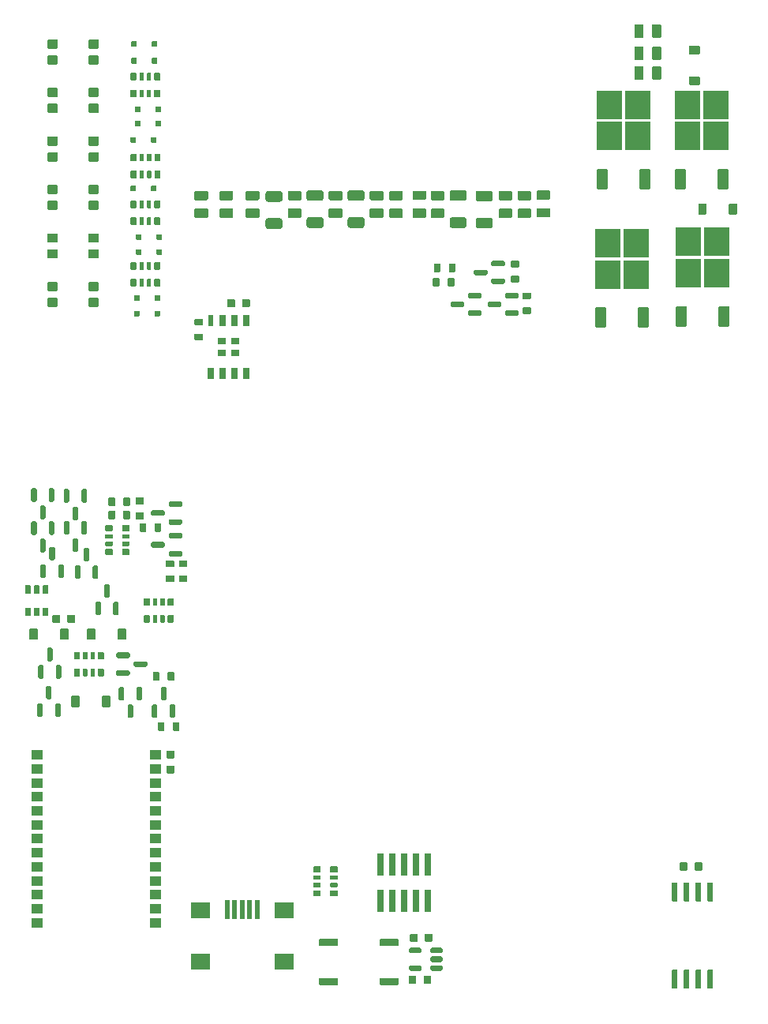
<source format=gtp>
G04 #@! TF.GenerationSoftware,KiCad,Pcbnew,(6.0.1)*
G04 #@! TF.CreationDate,2022-03-17T21:37:21+02:00*
G04 #@! TF.ProjectId,alphax_2ch,616c7068-6178-45f3-9263-682e6b696361,b*
G04 #@! TF.SameCoordinates,PX141f5e0PYa2cace0*
G04 #@! TF.FileFunction,Paste,Top*
G04 #@! TF.FilePolarity,Positive*
%FSLAX46Y46*%
G04 Gerber Fmt 4.6, Leading zero omitted, Abs format (unit mm)*
G04 Created by KiCad (PCBNEW (6.0.1)) date 2022-03-17 21:37:21*
%MOMM*%
%LPD*%
G01*
G04 APERTURE LIST*
%ADD10R,0.500000X2.000000*%
%ADD11R,2.000000X1.700000*%
%ADD12R,2.750000X3.050000*%
%ADD13O,0.000001X0.000001*%
%ADD14R,0.650000X1.310000*%
%ADD15R,0.600000X1.310000*%
%ADD16R,0.900000X0.795000*%
%ADD17R,1.300000X1.000000*%
%ADD18R,0.740000X2.400000*%
G04 APERTURE END LIST*
G04 #@! TO.C,U2*
G36*
G01*
X8100000Y41490000D02*
X8100000Y40710000D01*
G75*
G02*
X8040000Y40650000I-60000J0D01*
G01*
X7560000Y40650000D01*
G75*
G02*
X7500000Y40710000I0J60000D01*
G01*
X7500000Y41490000D01*
G75*
G02*
X7560000Y41550000I60000J0D01*
G01*
X8040000Y41550000D01*
G75*
G02*
X8100000Y41490000I0J-60000D01*
G01*
G37*
G36*
G01*
X7150000Y41490000D02*
X7150000Y40710000D01*
G75*
G02*
X7090000Y40650000I-60000J0D01*
G01*
X6610000Y40650000D01*
G75*
G02*
X6550000Y40710000I0J60000D01*
G01*
X6550000Y41490000D01*
G75*
G02*
X6610000Y41550000I60000J0D01*
G01*
X7090000Y41550000D01*
G75*
G02*
X7150000Y41490000I0J-60000D01*
G01*
G37*
G36*
G01*
X6200000Y41490000D02*
X6200000Y40710000D01*
G75*
G02*
X6140000Y40650000I-60000J0D01*
G01*
X5660000Y40650000D01*
G75*
G02*
X5600000Y40710000I0J60000D01*
G01*
X5600000Y41490000D01*
G75*
G02*
X5660000Y41550000I60000J0D01*
G01*
X6140000Y41550000D01*
G75*
G02*
X6200000Y41490000I0J-60000D01*
G01*
G37*
G36*
G01*
X6200000Y43890000D02*
X6200000Y43110000D01*
G75*
G02*
X6140000Y43050000I-60000J0D01*
G01*
X5660000Y43050000D01*
G75*
G02*
X5600000Y43110000I0J60000D01*
G01*
X5600000Y43890000D01*
G75*
G02*
X5660000Y43950000I60000J0D01*
G01*
X6140000Y43950000D01*
G75*
G02*
X6200000Y43890000I0J-60000D01*
G01*
G37*
G36*
G01*
X7150000Y43890000D02*
X7150000Y43110000D01*
G75*
G02*
X7090000Y43050000I-60000J0D01*
G01*
X6610000Y43050000D01*
G75*
G02*
X6550000Y43110000I0J60000D01*
G01*
X6550000Y43890000D01*
G75*
G02*
X6610000Y43950000I60000J0D01*
G01*
X7090000Y43950000D01*
G75*
G02*
X7150000Y43890000I0J-60000D01*
G01*
G37*
G36*
G01*
X8100000Y43890000D02*
X8100000Y43110000D01*
G75*
G02*
X8040000Y43050000I-60000J0D01*
G01*
X7560000Y43050000D01*
G75*
G02*
X7500000Y43110000I0J60000D01*
G01*
X7500000Y43890000D01*
G75*
G02*
X7560000Y43950000I60000J0D01*
G01*
X8040000Y43950000D01*
G75*
G02*
X8100000Y43890000I0J-60000D01*
G01*
G37*
G04 #@! TD*
G04 #@! TO.C,R8*
G36*
G01*
X50461417Y83351578D02*
X49211417Y83351578D01*
G75*
G02*
X49111417Y83451578I0J100000D01*
G01*
X49111417Y84251578D01*
G75*
G02*
X49211417Y84351578I100000J0D01*
G01*
X50461417Y84351578D01*
G75*
G02*
X50561417Y84251578I0J-100000D01*
G01*
X50561417Y83451578D01*
G75*
G02*
X50461417Y83351578I-100000J0D01*
G01*
G37*
G36*
G01*
X50461417Y85251600D02*
X49211417Y85251600D01*
G75*
G02*
X49111417Y85351600I0J100000D01*
G01*
X49111417Y86151600D01*
G75*
G02*
X49211417Y86251600I100000J0D01*
G01*
X50461417Y86251600D01*
G75*
G02*
X50561417Y86151600I0J-100000D01*
G01*
X50561417Y85351600D01*
G75*
G02*
X50461417Y85251600I-100000J0D01*
G01*
G37*
G04 #@! TD*
G04 #@! TO.C,R29*
G36*
G01*
X17510000Y53350000D02*
X18290000Y53350000D01*
G75*
G02*
X18360000Y53280000I0J-70000D01*
G01*
X18360000Y52720000D01*
G75*
G02*
X18290000Y52650000I-70000J0D01*
G01*
X17510000Y52650000D01*
G75*
G02*
X17440000Y52720000I0J70000D01*
G01*
X17440000Y53280000D01*
G75*
G02*
X17510000Y53350000I70000J0D01*
G01*
G37*
G36*
G01*
X17510000Y51750000D02*
X18290000Y51750000D01*
G75*
G02*
X18360000Y51680000I0J-70000D01*
G01*
X18360000Y51120000D01*
G75*
G02*
X18290000Y51050000I-70000J0D01*
G01*
X17510000Y51050000D01*
G75*
G02*
X17440000Y51120000I0J70000D01*
G01*
X17440000Y51680000D01*
G75*
G02*
X17510000Y51750000I70000J0D01*
G01*
G37*
G04 #@! TD*
G04 #@! TO.C,R2*
G36*
G01*
X16900000Y76065000D02*
X16900000Y76735000D01*
G75*
G02*
X16965000Y76800000I65000J0D01*
G01*
X17485000Y76800000D01*
G75*
G02*
X17550000Y76735000I0J-65000D01*
G01*
X17550000Y76065000D01*
G75*
G02*
X17485000Y76000000I-65000J0D01*
G01*
X16965000Y76000000D01*
G75*
G02*
X16900000Y76065000I0J65000D01*
G01*
G37*
G36*
G01*
X17875000Y76045000D02*
X17875000Y76755000D01*
G75*
G02*
X17920000Y76800000I45000J0D01*
G01*
X18280000Y76800000D01*
G75*
G02*
X18325000Y76755000I0J-45000D01*
G01*
X18325000Y76045000D01*
G75*
G02*
X18280000Y76000000I-45000J0D01*
G01*
X17920000Y76000000D01*
G75*
G02*
X17875000Y76045000I0J45000D01*
G01*
G37*
G36*
G01*
X18675000Y76045000D02*
X18675000Y76755000D01*
G75*
G02*
X18720000Y76800000I45000J0D01*
G01*
X19080000Y76800000D01*
G75*
G02*
X19125000Y76755000I0J-45000D01*
G01*
X19125000Y76045000D01*
G75*
G02*
X19080000Y76000000I-45000J0D01*
G01*
X18720000Y76000000D01*
G75*
G02*
X18675000Y76045000I0J45000D01*
G01*
G37*
G36*
G01*
X19450000Y76065000D02*
X19450000Y76735000D01*
G75*
G02*
X19515000Y76800000I65000J0D01*
G01*
X20035000Y76800000D01*
G75*
G02*
X20100000Y76735000I0J-65000D01*
G01*
X20100000Y76065000D01*
G75*
G02*
X20035000Y76000000I-65000J0D01*
G01*
X19515000Y76000000D01*
G75*
G02*
X19450000Y76065000I0J65000D01*
G01*
G37*
G36*
G01*
X19450000Y77865000D02*
X19450000Y78535000D01*
G75*
G02*
X19515000Y78600000I65000J0D01*
G01*
X20035000Y78600000D01*
G75*
G02*
X20100000Y78535000I0J-65000D01*
G01*
X20100000Y77865000D01*
G75*
G02*
X20035000Y77800000I-65000J0D01*
G01*
X19515000Y77800000D01*
G75*
G02*
X19450000Y77865000I0J65000D01*
G01*
G37*
G36*
G01*
X18675000Y77845000D02*
X18675000Y78555000D01*
G75*
G02*
X18720000Y78600000I45000J0D01*
G01*
X19080000Y78600000D01*
G75*
G02*
X19125000Y78555000I0J-45000D01*
G01*
X19125000Y77845000D01*
G75*
G02*
X19080000Y77800000I-45000J0D01*
G01*
X18720000Y77800000D01*
G75*
G02*
X18675000Y77845000I0J45000D01*
G01*
G37*
G36*
G01*
X17875000Y77845000D02*
X17875000Y78555000D01*
G75*
G02*
X17920000Y78600000I45000J0D01*
G01*
X18280000Y78600000D01*
G75*
G02*
X18325000Y78555000I0J-45000D01*
G01*
X18325000Y77845000D01*
G75*
G02*
X18280000Y77800000I-45000J0D01*
G01*
X17920000Y77800000D01*
G75*
G02*
X17875000Y77845000I0J45000D01*
G01*
G37*
G36*
G01*
X16900000Y77865000D02*
X16900000Y78535000D01*
G75*
G02*
X16965000Y78600000I65000J0D01*
G01*
X17485000Y78600000D01*
G75*
G02*
X17550000Y78535000I0J-65000D01*
G01*
X17550000Y77865000D01*
G75*
G02*
X17485000Y77800000I-65000J0D01*
G01*
X16965000Y77800000D01*
G75*
G02*
X16900000Y77865000I0J65000D01*
G01*
G37*
G04 #@! TD*
G04 #@! TO.C,R4*
G36*
G01*
X20124000Y90147000D02*
X20124000Y89477000D01*
G75*
G02*
X20059000Y89412000I-65000J0D01*
G01*
X19539000Y89412000D01*
G75*
G02*
X19474000Y89477000I0J65000D01*
G01*
X19474000Y90147000D01*
G75*
G02*
X19539000Y90212000I65000J0D01*
G01*
X20059000Y90212000D01*
G75*
G02*
X20124000Y90147000I0J-65000D01*
G01*
G37*
G36*
G01*
X19149000Y90167000D02*
X19149000Y89457000D01*
G75*
G02*
X19104000Y89412000I-45000J0D01*
G01*
X18744000Y89412000D01*
G75*
G02*
X18699000Y89457000I0J45000D01*
G01*
X18699000Y90167000D01*
G75*
G02*
X18744000Y90212000I45000J0D01*
G01*
X19104000Y90212000D01*
G75*
G02*
X19149000Y90167000I0J-45000D01*
G01*
G37*
G36*
G01*
X18349000Y90167000D02*
X18349000Y89457000D01*
G75*
G02*
X18304000Y89412000I-45000J0D01*
G01*
X17944000Y89412000D01*
G75*
G02*
X17899000Y89457000I0J45000D01*
G01*
X17899000Y90167000D01*
G75*
G02*
X17944000Y90212000I45000J0D01*
G01*
X18304000Y90212000D01*
G75*
G02*
X18349000Y90167000I0J-45000D01*
G01*
G37*
G36*
G01*
X17574000Y90147000D02*
X17574000Y89477000D01*
G75*
G02*
X17509000Y89412000I-65000J0D01*
G01*
X16989000Y89412000D01*
G75*
G02*
X16924000Y89477000I0J65000D01*
G01*
X16924000Y90147000D01*
G75*
G02*
X16989000Y90212000I65000J0D01*
G01*
X17509000Y90212000D01*
G75*
G02*
X17574000Y90147000I0J-65000D01*
G01*
G37*
G36*
G01*
X17574000Y88347000D02*
X17574000Y87677000D01*
G75*
G02*
X17509000Y87612000I-65000J0D01*
G01*
X16989000Y87612000D01*
G75*
G02*
X16924000Y87677000I0J65000D01*
G01*
X16924000Y88347000D01*
G75*
G02*
X16989000Y88412000I65000J0D01*
G01*
X17509000Y88412000D01*
G75*
G02*
X17574000Y88347000I0J-65000D01*
G01*
G37*
G36*
G01*
X18349000Y88367000D02*
X18349000Y87657000D01*
G75*
G02*
X18304000Y87612000I-45000J0D01*
G01*
X17944000Y87612000D01*
G75*
G02*
X17899000Y87657000I0J45000D01*
G01*
X17899000Y88367000D01*
G75*
G02*
X17944000Y88412000I45000J0D01*
G01*
X18304000Y88412000D01*
G75*
G02*
X18349000Y88367000I0J-45000D01*
G01*
G37*
G36*
G01*
X19149000Y88367000D02*
X19149000Y87657000D01*
G75*
G02*
X19104000Y87612000I-45000J0D01*
G01*
X18744000Y87612000D01*
G75*
G02*
X18699000Y87657000I0J45000D01*
G01*
X18699000Y88367000D01*
G75*
G02*
X18744000Y88412000I45000J0D01*
G01*
X19104000Y88412000D01*
G75*
G02*
X19149000Y88367000I0J-45000D01*
G01*
G37*
G36*
G01*
X20124000Y88347000D02*
X20124000Y87677000D01*
G75*
G02*
X20059000Y87612000I-65000J0D01*
G01*
X19539000Y87612000D01*
G75*
G02*
X19474000Y87677000I0J65000D01*
G01*
X19474000Y88347000D01*
G75*
G02*
X19539000Y88412000I65000J0D01*
G01*
X20059000Y88412000D01*
G75*
G02*
X20124000Y88347000I0J-65000D01*
G01*
G37*
G04 #@! TD*
G04 #@! TO.C,C3*
G36*
G01*
X20860000Y26215001D02*
X21540000Y26215001D01*
G75*
G02*
X21625000Y26130001I0J-85000D01*
G01*
X21625000Y25450001D01*
G75*
G02*
X21540000Y25365001I-85000J0D01*
G01*
X20860000Y25365001D01*
G75*
G02*
X20775000Y25450001I0J85000D01*
G01*
X20775000Y26130001D01*
G75*
G02*
X20860000Y26215001I85000J0D01*
G01*
G37*
G36*
G01*
X20860000Y24634999D02*
X21540000Y24634999D01*
G75*
G02*
X21625000Y24549999I0J-85000D01*
G01*
X21625000Y23869999D01*
G75*
G02*
X21540000Y23784999I-85000J0D01*
G01*
X20860000Y23784999D01*
G75*
G02*
X20775000Y23869999I0J85000D01*
G01*
X20775000Y24549999D01*
G75*
G02*
X20860000Y24634999I85000J0D01*
G01*
G37*
G04 #@! TD*
G04 #@! TO.C,R9*
G36*
G01*
X48507571Y83373048D02*
X47257571Y83373048D01*
G75*
G02*
X47157571Y83473048I0J100000D01*
G01*
X47157571Y84273048D01*
G75*
G02*
X47257571Y84373048I100000J0D01*
G01*
X48507571Y84373048D01*
G75*
G02*
X48607571Y84273048I0J-100000D01*
G01*
X48607571Y83473048D01*
G75*
G02*
X48507571Y83373048I-100000J0D01*
G01*
G37*
G36*
G01*
X48507571Y85273070D02*
X47257571Y85273070D01*
G75*
G02*
X47157571Y85373070I0J100000D01*
G01*
X47157571Y86173070D01*
G75*
G02*
X47257571Y86273070I100000J0D01*
G01*
X48507571Y86273070D01*
G75*
G02*
X48607571Y86173070I0J-100000D01*
G01*
X48607571Y85373070D01*
G75*
G02*
X48507571Y85273070I-100000J0D01*
G01*
G37*
G04 #@! TD*
G04 #@! TO.C,F4*
G36*
G01*
X35800000Y85405010D02*
X35800000Y86095010D01*
G75*
G02*
X36030000Y86325010I230000J0D01*
G01*
X37370000Y86325010D01*
G75*
G02*
X37600000Y86095010I0J-230000D01*
G01*
X37600000Y85405010D01*
G75*
G02*
X37370000Y85175010I-230000J0D01*
G01*
X36030000Y85175010D01*
G75*
G02*
X35800000Y85405010I0J230000D01*
G01*
G37*
G36*
G01*
X35800000Y82504990D02*
X35800000Y83194990D01*
G75*
G02*
X36030000Y83424990I230000J0D01*
G01*
X37370000Y83424990D01*
G75*
G02*
X37600000Y83194990I0J-230000D01*
G01*
X37600000Y82504990D01*
G75*
G02*
X37370000Y82274990I-230000J0D01*
G01*
X36030000Y82274990D01*
G75*
G02*
X35800000Y82504990I0J230000D01*
G01*
G37*
G04 #@! TD*
G04 #@! TO.C,Q13*
G36*
G01*
X57075000Y76700000D02*
X57075000Y76400000D01*
G75*
G02*
X56925000Y76250000I-150000J0D01*
G01*
X55750000Y76250000D01*
G75*
G02*
X55600000Y76400000I0J150000D01*
G01*
X55600000Y76700000D01*
G75*
G02*
X55750000Y76850000I150000J0D01*
G01*
X56925000Y76850000D01*
G75*
G02*
X57075000Y76700000I0J-150000D01*
G01*
G37*
G36*
G01*
X55200000Y77650000D02*
X55200000Y77350000D01*
G75*
G02*
X55050000Y77200000I-150000J0D01*
G01*
X53875000Y77200000D01*
G75*
G02*
X53725000Y77350000I0J150000D01*
G01*
X53725000Y77650000D01*
G75*
G02*
X53875000Y77800000I150000J0D01*
G01*
X55050000Y77800000D01*
G75*
G02*
X55200000Y77650000I0J-150000D01*
G01*
G37*
G36*
G01*
X57075000Y78600000D02*
X57075000Y78300000D01*
G75*
G02*
X56925000Y78150000I-150000J0D01*
G01*
X55750000Y78150000D01*
G75*
G02*
X55600000Y78300000I0J150000D01*
G01*
X55600000Y78600000D01*
G75*
G02*
X55750000Y78750000I150000J0D01*
G01*
X56925000Y78750000D01*
G75*
G02*
X57075000Y78600000I0J-150000D01*
G01*
G37*
G04 #@! TD*
G04 #@! TO.C,D1*
G36*
G01*
X17561499Y80000000D02*
X18041499Y80000000D01*
G75*
G02*
X18101499Y79940000I0J-60000D01*
G01*
X18101499Y79460000D01*
G75*
G02*
X18041499Y79400000I-60000J0D01*
G01*
X17561499Y79400000D01*
G75*
G02*
X17501499Y79460000I0J60000D01*
G01*
X17501499Y79940000D01*
G75*
G02*
X17561499Y80000000I60000J0D01*
G01*
G37*
G36*
G01*
X19761499Y80000000D02*
X20241499Y80000000D01*
G75*
G02*
X20301499Y79940000I0J-60000D01*
G01*
X20301499Y79460000D01*
G75*
G02*
X20241499Y79400000I-60000J0D01*
G01*
X19761499Y79400000D01*
G75*
G02*
X19701499Y79460000I0J60000D01*
G01*
X19701499Y79940000D01*
G75*
G02*
X19761499Y80000000I60000J0D01*
G01*
G37*
G04 #@! TD*
G04 #@! TO.C,D15*
G36*
G01*
X13399998Y84200001D02*
X12499998Y84200001D01*
G75*
G02*
X12399998Y84300001I0J100000D01*
G01*
X12399998Y85100001D01*
G75*
G02*
X12499998Y85200001I100000J0D01*
G01*
X13399998Y85200001D01*
G75*
G02*
X13499998Y85100001I0J-100000D01*
G01*
X13499998Y84300001D01*
G75*
G02*
X13399998Y84200001I-100000J0D01*
G01*
G37*
G36*
G01*
X13399998Y85900001D02*
X12499998Y85900001D01*
G75*
G02*
X12399998Y86000001I0J100000D01*
G01*
X12399998Y86800001D01*
G75*
G02*
X12499998Y86900001I100000J0D01*
G01*
X13399998Y86900001D01*
G75*
G02*
X13499998Y86800001I0J-100000D01*
G01*
X13499998Y86000001D01*
G75*
G02*
X13399998Y85900001I-100000J0D01*
G01*
G37*
G04 #@! TD*
G04 #@! TO.C,C1*
G36*
G01*
X27284999Y73860000D02*
X27284999Y74540000D01*
G75*
G02*
X27369999Y74625000I85000J0D01*
G01*
X28049999Y74625000D01*
G75*
G02*
X28134999Y74540000I0J-85000D01*
G01*
X28134999Y73860000D01*
G75*
G02*
X28049999Y73775000I-85000J0D01*
G01*
X27369999Y73775000D01*
G75*
G02*
X27284999Y73860000I0J85000D01*
G01*
G37*
G36*
G01*
X28865001Y73860000D02*
X28865001Y74540000D01*
G75*
G02*
X28950001Y74625000I85000J0D01*
G01*
X29630001Y74625000D01*
G75*
G02*
X29715001Y74540000I0J-85000D01*
G01*
X29715001Y73860000D01*
G75*
G02*
X29630001Y73775000I-85000J0D01*
G01*
X28950001Y73775000D01*
G75*
G02*
X28865001Y73860000I0J85000D01*
G01*
G37*
G04 #@! TD*
G04 #@! TO.C,S1*
G36*
G01*
X43730000Y6050001D02*
X45570000Y6050001D01*
G75*
G02*
X45650000Y5970001I0J-80000D01*
G01*
X45650000Y5330001D01*
G75*
G02*
X45570000Y5250001I-80000J0D01*
G01*
X43730000Y5250001D01*
G75*
G02*
X43650000Y5330001I0J80000D01*
G01*
X43650000Y5970001D01*
G75*
G02*
X43730000Y6050001I80000J0D01*
G01*
G37*
G36*
G01*
X43730000Y1850000D02*
X45570000Y1850000D01*
G75*
G02*
X45650000Y1770000I0J-80000D01*
G01*
X45650000Y1130000D01*
G75*
G02*
X45570000Y1050000I-80000J0D01*
G01*
X43730000Y1050000D01*
G75*
G02*
X43650000Y1130000I0J80000D01*
G01*
X43650000Y1770000D01*
G75*
G02*
X43730000Y1850000I80000J0D01*
G01*
G37*
G04 #@! TD*
G04 #@! TO.C,D6*
G36*
G01*
X17058502Y102312502D02*
X17538502Y102312502D01*
G75*
G02*
X17598502Y102252502I0J-60000D01*
G01*
X17598502Y101772502D01*
G75*
G02*
X17538502Y101712502I-60000J0D01*
G01*
X17058502Y101712502D01*
G75*
G02*
X16998502Y101772502I0J60000D01*
G01*
X16998502Y102252502D01*
G75*
G02*
X17058502Y102312502I60000J0D01*
G01*
G37*
G36*
G01*
X19258502Y102312502D02*
X19738502Y102312502D01*
G75*
G02*
X19798502Y102252502I0J-60000D01*
G01*
X19798502Y101772502D01*
G75*
G02*
X19738502Y101712502I-60000J0D01*
G01*
X19258502Y101712502D01*
G75*
G02*
X19198502Y101772502I0J60000D01*
G01*
X19198502Y102252502D01*
G75*
G02*
X19258502Y102312502I60000J0D01*
G01*
G37*
G04 #@! TD*
G04 #@! TO.C,C4*
G36*
G01*
X49315001Y6490000D02*
X49315001Y5810000D01*
G75*
G02*
X49230001Y5725000I-85000J0D01*
G01*
X48550001Y5725000D01*
G75*
G02*
X48465001Y5810000I0J85000D01*
G01*
X48465001Y6490000D01*
G75*
G02*
X48550001Y6575000I85000J0D01*
G01*
X49230001Y6575000D01*
G75*
G02*
X49315001Y6490000I0J-85000D01*
G01*
G37*
G36*
G01*
X47734999Y6490000D02*
X47734999Y5810000D01*
G75*
G02*
X47649999Y5725000I-85000J0D01*
G01*
X46969999Y5725000D01*
G75*
G02*
X46884999Y5810000I0J85000D01*
G01*
X46884999Y6490000D01*
G75*
G02*
X46969999Y6575000I85000J0D01*
G01*
X47649999Y6575000D01*
G75*
G02*
X47734999Y6490000I0J-85000D01*
G01*
G37*
G04 #@! TD*
G04 #@! TO.C,Q1*
G36*
G01*
X7350000Y29825000D02*
X7050000Y29825000D01*
G75*
G02*
X6900000Y29975000I0J150000D01*
G01*
X6900000Y31150000D01*
G75*
G02*
X7050000Y31300000I150000J0D01*
G01*
X7350000Y31300000D01*
G75*
G02*
X7500000Y31150000I0J-150000D01*
G01*
X7500000Y29975000D01*
G75*
G02*
X7350000Y29825000I-150000J0D01*
G01*
G37*
G36*
G01*
X8300000Y31700000D02*
X8000000Y31700000D01*
G75*
G02*
X7850000Y31850000I0J150000D01*
G01*
X7850000Y33025000D01*
G75*
G02*
X8000000Y33175000I150000J0D01*
G01*
X8300000Y33175000D01*
G75*
G02*
X8450000Y33025000I0J-150000D01*
G01*
X8450000Y31850000D01*
G75*
G02*
X8300000Y31700000I-150000J0D01*
G01*
G37*
G36*
G01*
X9250000Y29825000D02*
X8950000Y29825000D01*
G75*
G02*
X8800000Y29975000I0J150000D01*
G01*
X8800000Y31150000D01*
G75*
G02*
X8950000Y31300000I150000J0D01*
G01*
X9250000Y31300000D01*
G75*
G02*
X9400000Y31150000I0J-150000D01*
G01*
X9400000Y29975000D01*
G75*
G02*
X9250000Y29825000I-150000J0D01*
G01*
G37*
G04 #@! TD*
G04 #@! TO.C,D28*
G36*
G01*
X10250000Y39210000D02*
X10250000Y38190000D01*
G75*
G02*
X10160000Y38100000I-90000J0D01*
G01*
X9440000Y38100000D01*
G75*
G02*
X9350000Y38190000I0J90000D01*
G01*
X9350000Y39210000D01*
G75*
G02*
X9440000Y39300000I90000J0D01*
G01*
X10160000Y39300000D01*
G75*
G02*
X10250000Y39210000I0J-90000D01*
G01*
G37*
G36*
G01*
X6950000Y39210000D02*
X6950000Y38190000D01*
G75*
G02*
X6860000Y38100000I-90000J0D01*
G01*
X6140000Y38100000D01*
G75*
G02*
X6050000Y38190000I0J90000D01*
G01*
X6050000Y39210000D01*
G75*
G02*
X6140000Y39300000I90000J0D01*
G01*
X6860000Y39300000D01*
G75*
G02*
X6950000Y39210000I0J-90000D01*
G01*
G37*
G04 #@! TD*
G04 #@! TO.C,D12*
G36*
G01*
X13399998Y79000001D02*
X12499998Y79000001D01*
G75*
G02*
X12399998Y79100001I0J100000D01*
G01*
X12399998Y79900001D01*
G75*
G02*
X12499998Y80000001I100000J0D01*
G01*
X13399998Y80000001D01*
G75*
G02*
X13499998Y79900001I0J-100000D01*
G01*
X13499998Y79100001D01*
G75*
G02*
X13399998Y79000001I-100000J0D01*
G01*
G37*
G36*
G01*
X13399998Y80700001D02*
X12499998Y80700001D01*
G75*
G02*
X12399998Y80800001I0J100000D01*
G01*
X12399998Y81600001D01*
G75*
G02*
X12499998Y81700001I100000J0D01*
G01*
X13399998Y81700001D01*
G75*
G02*
X13499998Y81600001I0J-100000D01*
G01*
X13499998Y80800001D01*
G75*
G02*
X13399998Y80700001I-100000J0D01*
G01*
G37*
G04 #@! TD*
G04 #@! TO.C,R38*
G36*
G01*
X19850000Y28410000D02*
X19850000Y29190000D01*
G75*
G02*
X19920000Y29260000I70000J0D01*
G01*
X20480000Y29260000D01*
G75*
G02*
X20550000Y29190000I0J-70000D01*
G01*
X20550000Y28410000D01*
G75*
G02*
X20480000Y28340000I-70000J0D01*
G01*
X19920000Y28340000D01*
G75*
G02*
X19850000Y28410000I0J70000D01*
G01*
G37*
G36*
G01*
X21450000Y28410000D02*
X21450000Y29190000D01*
G75*
G02*
X21520000Y29260000I70000J0D01*
G01*
X22080000Y29260000D01*
G75*
G02*
X22150000Y29190000I0J-70000D01*
G01*
X22150000Y28410000D01*
G75*
G02*
X22080000Y28340000I-70000J0D01*
G01*
X21520000Y28340000D01*
G75*
G02*
X21450000Y28410000I0J70000D01*
G01*
G37*
G04 #@! TD*
G04 #@! TO.C,D22*
G36*
G01*
X17060000Y100500000D02*
X17540000Y100500000D01*
G75*
G02*
X17600000Y100440000I0J-60000D01*
G01*
X17600000Y99960000D01*
G75*
G02*
X17540000Y99900000I-60000J0D01*
G01*
X17060000Y99900000D01*
G75*
G02*
X17000000Y99960000I0J60000D01*
G01*
X17000000Y100440000D01*
G75*
G02*
X17060000Y100500000I60000J0D01*
G01*
G37*
G36*
G01*
X19260000Y100500000D02*
X19740000Y100500000D01*
G75*
G02*
X19800000Y100440000I0J-60000D01*
G01*
X19800000Y99960000D01*
G75*
G02*
X19740000Y99900000I-60000J0D01*
G01*
X19260000Y99900000D01*
G75*
G02*
X19200000Y99960000I0J60000D01*
G01*
X19200000Y100440000D01*
G75*
G02*
X19260000Y100500000I60000J0D01*
G01*
G37*
G04 #@! TD*
G04 #@! TO.C,R32*
G36*
G01*
X51650000Y76856000D02*
X51650000Y76076000D01*
G75*
G02*
X51580000Y76006000I-70000J0D01*
G01*
X51020000Y76006000D01*
G75*
G02*
X50950000Y76076000I0J70000D01*
G01*
X50950000Y76856000D01*
G75*
G02*
X51020000Y76926000I70000J0D01*
G01*
X51580000Y76926000D01*
G75*
G02*
X51650000Y76856000I0J-70000D01*
G01*
G37*
G36*
G01*
X50050000Y76856000D02*
X50050000Y76076000D01*
G75*
G02*
X49980000Y76006000I-70000J0D01*
G01*
X49420000Y76006000D01*
G75*
G02*
X49350000Y76076000I0J70000D01*
G01*
X49350000Y76856000D01*
G75*
G02*
X49420000Y76926000I70000J0D01*
G01*
X49980000Y76926000D01*
G75*
G02*
X50050000Y76856000I0J-70000D01*
G01*
G37*
G04 #@! TD*
G04 #@! TO.C,D11*
G36*
G01*
X13399998Y94600001D02*
X12499998Y94600001D01*
G75*
G02*
X12399998Y94700001I0J100000D01*
G01*
X12399998Y95500001D01*
G75*
G02*
X12499998Y95600001I100000J0D01*
G01*
X13399998Y95600001D01*
G75*
G02*
X13499998Y95500001I0J-100000D01*
G01*
X13499998Y94700001D01*
G75*
G02*
X13399998Y94600001I-100000J0D01*
G01*
G37*
G36*
G01*
X13399998Y96300001D02*
X12499998Y96300001D01*
G75*
G02*
X12399998Y96400001I0J100000D01*
G01*
X12399998Y97200001D01*
G75*
G02*
X12499998Y97300001I100000J0D01*
G01*
X13399998Y97300001D01*
G75*
G02*
X13499998Y97200001I0J-100000D01*
G01*
X13499998Y96400001D01*
G75*
G02*
X13399998Y96300001I-100000J0D01*
G01*
G37*
G04 #@! TD*
G04 #@! TO.C,R11*
G36*
G01*
X25125000Y83349999D02*
X23875000Y83349999D01*
G75*
G02*
X23775000Y83449999I0J100000D01*
G01*
X23775000Y84249999D01*
G75*
G02*
X23875000Y84349999I100000J0D01*
G01*
X25125000Y84349999D01*
G75*
G02*
X25225000Y84249999I0J-100000D01*
G01*
X25225000Y83449999D01*
G75*
G02*
X25125000Y83349999I-100000J0D01*
G01*
G37*
G36*
G01*
X25125000Y85250021D02*
X23875000Y85250021D01*
G75*
G02*
X23775000Y85350021I0J100000D01*
G01*
X23775000Y86150021D01*
G75*
G02*
X23875000Y86250021I100000J0D01*
G01*
X25125000Y86250021D01*
G75*
G02*
X25225000Y86150021I0J-100000D01*
G01*
X25225000Y85350021D01*
G75*
G02*
X25125000Y85250021I-100000J0D01*
G01*
G37*
G04 #@! TD*
G04 #@! TO.C,R6*
G36*
G01*
X73850001Y104025000D02*
X73850001Y102775000D01*
G75*
G02*
X73750001Y102675000I-100000J0D01*
G01*
X72950001Y102675000D01*
G75*
G02*
X72850001Y102775000I0J100000D01*
G01*
X72850001Y104025000D01*
G75*
G02*
X72950001Y104125000I100000J0D01*
G01*
X73750001Y104125000D01*
G75*
G02*
X73850001Y104025000I0J-100000D01*
G01*
G37*
G36*
G01*
X71949979Y104025000D02*
X71949979Y102775000D01*
G75*
G02*
X71849979Y102675000I-100000J0D01*
G01*
X71049979Y102675000D01*
G75*
G02*
X70949979Y102775000I0J100000D01*
G01*
X70949979Y104025000D01*
G75*
G02*
X71049979Y104125000I100000J0D01*
G01*
X71849979Y104125000D01*
G75*
G02*
X71949979Y104025000I0J-100000D01*
G01*
G37*
G04 #@! TD*
D10*
G04 #@! TO.C,J1*
X27300000Y9175000D03*
X28100000Y9175000D03*
X28900000Y9175000D03*
X29700000Y9175000D03*
X30500000Y9175000D03*
D11*
X24450000Y9075000D03*
X33350000Y9075000D03*
X24450000Y3625000D03*
X33350000Y3625000D03*
G04 #@! TD*
D12*
G04 #@! TO.C,Q8*
X79725000Y95475000D03*
X79725000Y92125000D03*
X76675000Y92125000D03*
X76675000Y95475000D03*
G36*
G01*
X76400000Y86400000D02*
X75440000Y86400000D01*
G75*
G02*
X75320000Y86520000I0J120000D01*
G01*
X75320000Y88480000D01*
G75*
G02*
X75440000Y88600000I120000J0D01*
G01*
X76400000Y88600000D01*
G75*
G02*
X76520000Y88480000I0J-120000D01*
G01*
X76520000Y86520000D01*
G75*
G02*
X76400000Y86400000I-120000J0D01*
G01*
G37*
G36*
G01*
X80960000Y86400000D02*
X80000000Y86400000D01*
G75*
G02*
X79880000Y86520000I0J120000D01*
G01*
X79880000Y88480000D01*
G75*
G02*
X80000000Y88600000I120000J0D01*
G01*
X80960000Y88600000D01*
G75*
G02*
X81080000Y88480000I0J-120000D01*
G01*
X81080000Y86520000D01*
G75*
G02*
X80960000Y86400000I-120000J0D01*
G01*
G37*
G04 #@! TD*
G04 #@! TO.C,Q4*
G36*
G01*
X8300000Y50825000D02*
X8600000Y50825000D01*
G75*
G02*
X8750000Y50675000I0J-150000D01*
G01*
X8750000Y49500000D01*
G75*
G02*
X8600000Y49350000I-150000J0D01*
G01*
X8300000Y49350000D01*
G75*
G02*
X8150000Y49500000I0J150000D01*
G01*
X8150000Y50675000D01*
G75*
G02*
X8300000Y50825000I150000J0D01*
G01*
G37*
G36*
G01*
X7350000Y48950000D02*
X7650000Y48950000D01*
G75*
G02*
X7800000Y48800000I0J-150000D01*
G01*
X7800000Y47625000D01*
G75*
G02*
X7650000Y47475000I-150000J0D01*
G01*
X7350000Y47475000D01*
G75*
G02*
X7200000Y47625000I0J150000D01*
G01*
X7200000Y48800000D01*
G75*
G02*
X7350000Y48950000I150000J0D01*
G01*
G37*
G36*
G01*
X6400000Y50825000D02*
X6700000Y50825000D01*
G75*
G02*
X6850000Y50675000I0J-150000D01*
G01*
X6850000Y49500000D01*
G75*
G02*
X6700000Y49350000I-150000J0D01*
G01*
X6400000Y49350000D01*
G75*
G02*
X6250000Y49500000I0J150000D01*
G01*
X6250000Y50675000D01*
G75*
G02*
X6400000Y50825000I150000J0D01*
G01*
G37*
G04 #@! TD*
G04 #@! TO.C,Q3*
G36*
G01*
X7450000Y33925000D02*
X7150000Y33925000D01*
G75*
G02*
X7000000Y34075000I0J150000D01*
G01*
X7000000Y35250000D01*
G75*
G02*
X7150000Y35400000I150000J0D01*
G01*
X7450000Y35400000D01*
G75*
G02*
X7600000Y35250000I0J-150000D01*
G01*
X7600000Y34075000D01*
G75*
G02*
X7450000Y33925000I-150000J0D01*
G01*
G37*
G36*
G01*
X8400000Y35800000D02*
X8100000Y35800000D01*
G75*
G02*
X7950000Y35950000I0J150000D01*
G01*
X7950000Y37125000D01*
G75*
G02*
X8100000Y37275000I150000J0D01*
G01*
X8400000Y37275000D01*
G75*
G02*
X8550000Y37125000I0J-150000D01*
G01*
X8550000Y35950000D01*
G75*
G02*
X8400000Y35800000I-150000J0D01*
G01*
G37*
G36*
G01*
X9350000Y33925000D02*
X9050000Y33925000D01*
G75*
G02*
X8900000Y34075000I0J150000D01*
G01*
X8900000Y35250000D01*
G75*
G02*
X9050000Y35400000I150000J0D01*
G01*
X9350000Y35400000D01*
G75*
G02*
X9500000Y35250000I0J-150000D01*
G01*
X9500000Y34075000D01*
G75*
G02*
X9350000Y33925000I-150000J0D01*
G01*
G37*
G04 #@! TD*
G04 #@! TO.C,R30*
G36*
G01*
X59808000Y73050000D02*
X59028000Y73050000D01*
G75*
G02*
X58958000Y73120000I0J70000D01*
G01*
X58958000Y73680000D01*
G75*
G02*
X59028000Y73750000I70000J0D01*
G01*
X59808000Y73750000D01*
G75*
G02*
X59878000Y73680000I0J-70000D01*
G01*
X59878000Y73120000D01*
G75*
G02*
X59808000Y73050000I-70000J0D01*
G01*
G37*
G36*
G01*
X59808000Y74650000D02*
X59028000Y74650000D01*
G75*
G02*
X58958000Y74720000I0J70000D01*
G01*
X58958000Y75280000D01*
G75*
G02*
X59028000Y75350000I70000J0D01*
G01*
X59808000Y75350000D01*
G75*
G02*
X59878000Y75280000I0J-70000D01*
G01*
X59878000Y74720000D01*
G75*
G02*
X59808000Y74650000I-70000J0D01*
G01*
G37*
G04 #@! TD*
G04 #@! TO.C,R41*
G36*
G01*
X20760000Y46600000D02*
X21540000Y46600000D01*
G75*
G02*
X21610000Y46530000I0J-70000D01*
G01*
X21610000Y45970000D01*
G75*
G02*
X21540000Y45900000I-70000J0D01*
G01*
X20760000Y45900000D01*
G75*
G02*
X20690000Y45970000I0J70000D01*
G01*
X20690000Y46530000D01*
G75*
G02*
X20760000Y46600000I70000J0D01*
G01*
G37*
G36*
G01*
X20760000Y45000000D02*
X21540000Y45000000D01*
G75*
G02*
X21610000Y44930000I0J-70000D01*
G01*
X21610000Y44370000D01*
G75*
G02*
X21540000Y44300000I-70000J0D01*
G01*
X20760000Y44300000D01*
G75*
G02*
X20690000Y44370000I0J70000D01*
G01*
X20690000Y44930000D01*
G75*
G02*
X20760000Y45000000I70000J0D01*
G01*
G37*
G04 #@! TD*
G04 #@! TO.C,U5*
G36*
G01*
X50400000Y3050000D02*
X50400000Y2750000D01*
G75*
G02*
X50250000Y2600000I-150000J0D01*
G01*
X49225000Y2600000D01*
G75*
G02*
X49075000Y2750000I0J150000D01*
G01*
X49075000Y3050000D01*
G75*
G02*
X49225000Y3200000I150000J0D01*
G01*
X50250000Y3200000D01*
G75*
G02*
X50400000Y3050000I0J-150000D01*
G01*
G37*
G36*
G01*
X50400000Y4000000D02*
X50400000Y3700000D01*
G75*
G02*
X50250000Y3550000I-150000J0D01*
G01*
X49225000Y3550000D01*
G75*
G02*
X49075000Y3700000I0J150000D01*
G01*
X49075000Y4000000D01*
G75*
G02*
X49225000Y4150000I150000J0D01*
G01*
X50250000Y4150000D01*
G75*
G02*
X50400000Y4000000I0J-150000D01*
G01*
G37*
G36*
G01*
X50400000Y4950000D02*
X50400000Y4650000D01*
G75*
G02*
X50250000Y4500000I-150000J0D01*
G01*
X49225000Y4500000D01*
G75*
G02*
X49075000Y4650000I0J150000D01*
G01*
X49075000Y4950000D01*
G75*
G02*
X49225000Y5100000I150000J0D01*
G01*
X50250000Y5100000D01*
G75*
G02*
X50400000Y4950000I0J-150000D01*
G01*
G37*
G36*
G01*
X48125000Y4950000D02*
X48125000Y4650000D01*
G75*
G02*
X47975000Y4500000I-150000J0D01*
G01*
X46950000Y4500000D01*
G75*
G02*
X46800000Y4650000I0J150000D01*
G01*
X46800000Y4950000D01*
G75*
G02*
X46950000Y5100000I150000J0D01*
G01*
X47975000Y5100000D01*
G75*
G02*
X48125000Y4950000I0J-150000D01*
G01*
G37*
G36*
G01*
X48125000Y3050000D02*
X48125000Y2750000D01*
G75*
G02*
X47975000Y2600000I-150000J0D01*
G01*
X46950000Y2600000D01*
G75*
G02*
X46800000Y2750000I0J150000D01*
G01*
X46800000Y3050000D01*
G75*
G02*
X46950000Y3200000I150000J0D01*
G01*
X47975000Y3200000D01*
G75*
G02*
X48125000Y3050000I0J-150000D01*
G01*
G37*
G04 #@! TD*
G04 #@! TO.C,Q15*
G36*
G01*
X11400000Y44625000D02*
X11100000Y44625000D01*
G75*
G02*
X10950000Y44775000I0J150000D01*
G01*
X10950000Y45950000D01*
G75*
G02*
X11100000Y46100000I150000J0D01*
G01*
X11400000Y46100000D01*
G75*
G02*
X11550000Y45950000I0J-150000D01*
G01*
X11550000Y44775000D01*
G75*
G02*
X11400000Y44625000I-150000J0D01*
G01*
G37*
G36*
G01*
X12350000Y46500000D02*
X12050000Y46500000D01*
G75*
G02*
X11900000Y46650000I0J150000D01*
G01*
X11900000Y47825000D01*
G75*
G02*
X12050000Y47975000I150000J0D01*
G01*
X12350000Y47975000D01*
G75*
G02*
X12500000Y47825000I0J-150000D01*
G01*
X12500000Y46650000D01*
G75*
G02*
X12350000Y46500000I-150000J0D01*
G01*
G37*
G36*
G01*
X13300000Y44625000D02*
X13000000Y44625000D01*
G75*
G02*
X12850000Y44775000I0J150000D01*
G01*
X12850000Y45950000D01*
G75*
G02*
X13000000Y46100000I150000J0D01*
G01*
X13300000Y46100000D01*
G75*
G02*
X13450000Y45950000I0J-150000D01*
G01*
X13450000Y44775000D01*
G75*
G02*
X13300000Y44625000I-150000J0D01*
G01*
G37*
G04 #@! TD*
G04 #@! TO.C,R17*
G36*
G01*
X39525000Y83349999D02*
X38275000Y83349999D01*
G75*
G02*
X38175000Y83449999I0J100000D01*
G01*
X38175000Y84249999D01*
G75*
G02*
X38275000Y84349999I100000J0D01*
G01*
X39525000Y84349999D01*
G75*
G02*
X39625000Y84249999I0J-100000D01*
G01*
X39625000Y83449999D01*
G75*
G02*
X39525000Y83349999I-100000J0D01*
G01*
G37*
G36*
G01*
X39525000Y85250021D02*
X38275000Y85250021D01*
G75*
G02*
X38175000Y85350021I0J100000D01*
G01*
X38175000Y86150021D01*
G75*
G02*
X38275000Y86250021I100000J0D01*
G01*
X39525000Y86250021D01*
G75*
G02*
X39625000Y86150021I0J-100000D01*
G01*
X39625000Y85350021D01*
G75*
G02*
X39525000Y85250021I-100000J0D01*
G01*
G37*
G04 #@! TD*
G04 #@! TO.C,R33*
G36*
G01*
X51750000Y78380000D02*
X51750000Y77600000D01*
G75*
G02*
X51680000Y77530000I-70000J0D01*
G01*
X51120000Y77530000D01*
G75*
G02*
X51050000Y77600000I0J70000D01*
G01*
X51050000Y78380000D01*
G75*
G02*
X51120000Y78450000I70000J0D01*
G01*
X51680000Y78450000D01*
G75*
G02*
X51750000Y78380000I0J-70000D01*
G01*
G37*
G36*
G01*
X50150000Y78380000D02*
X50150000Y77600000D01*
G75*
G02*
X50080000Y77530000I-70000J0D01*
G01*
X49520000Y77530000D01*
G75*
G02*
X49450000Y77600000I0J70000D01*
G01*
X49450000Y78380000D01*
G75*
G02*
X49520000Y78450000I70000J0D01*
G01*
X50080000Y78450000D01*
G75*
G02*
X50150000Y78380000I0J-70000D01*
G01*
G37*
G04 #@! TD*
G04 #@! TO.C,Q19*
G36*
G01*
X19652000Y29723000D02*
X19352000Y29723000D01*
G75*
G02*
X19202000Y29873000I0J150000D01*
G01*
X19202000Y31048000D01*
G75*
G02*
X19352000Y31198000I150000J0D01*
G01*
X19652000Y31198000D01*
G75*
G02*
X19802000Y31048000I0J-150000D01*
G01*
X19802000Y29873000D01*
G75*
G02*
X19652000Y29723000I-150000J0D01*
G01*
G37*
G36*
G01*
X20602000Y31598000D02*
X20302000Y31598000D01*
G75*
G02*
X20152000Y31748000I0J150000D01*
G01*
X20152000Y32923000D01*
G75*
G02*
X20302000Y33073000I150000J0D01*
G01*
X20602000Y33073000D01*
G75*
G02*
X20752000Y32923000I0J-150000D01*
G01*
X20752000Y31748000D01*
G75*
G02*
X20602000Y31598000I-150000J0D01*
G01*
G37*
G36*
G01*
X21552000Y29723000D02*
X21252000Y29723000D01*
G75*
G02*
X21102000Y29873000I0J150000D01*
G01*
X21102000Y31048000D01*
G75*
G02*
X21252000Y31198000I150000J0D01*
G01*
X21552000Y31198000D01*
G75*
G02*
X21702000Y31048000I0J-150000D01*
G01*
X21702000Y29873000D01*
G75*
G02*
X21552000Y29723000I-150000J0D01*
G01*
G37*
G04 #@! TD*
G04 #@! TO.C,S2*
G36*
G01*
X37230000Y6050001D02*
X39070000Y6050001D01*
G75*
G02*
X39150000Y5970001I0J-80000D01*
G01*
X39150000Y5330001D01*
G75*
G02*
X39070000Y5250001I-80000J0D01*
G01*
X37230000Y5250001D01*
G75*
G02*
X37150000Y5330001I0J80000D01*
G01*
X37150000Y5970001D01*
G75*
G02*
X37230000Y6050001I80000J0D01*
G01*
G37*
G36*
G01*
X37230000Y1850000D02*
X39070000Y1850000D01*
G75*
G02*
X39150000Y1770000I0J-80000D01*
G01*
X39150000Y1130000D01*
G75*
G02*
X39070000Y1050000I-80000J0D01*
G01*
X37230000Y1050000D01*
G75*
G02*
X37150000Y1130000I0J80000D01*
G01*
X37150000Y1770000D01*
G75*
G02*
X37230000Y1850000I80000J0D01*
G01*
G37*
G04 #@! TD*
G04 #@! TO.C,Q18*
G36*
G01*
X17696000Y33073000D02*
X17996000Y33073000D01*
G75*
G02*
X18146000Y32923000I0J-150000D01*
G01*
X18146000Y31748000D01*
G75*
G02*
X17996000Y31598000I-150000J0D01*
G01*
X17696000Y31598000D01*
G75*
G02*
X17546000Y31748000I0J150000D01*
G01*
X17546000Y32923000D01*
G75*
G02*
X17696000Y33073000I150000J0D01*
G01*
G37*
G36*
G01*
X16746000Y31198000D02*
X17046000Y31198000D01*
G75*
G02*
X17196000Y31048000I0J-150000D01*
G01*
X17196000Y29873000D01*
G75*
G02*
X17046000Y29723000I-150000J0D01*
G01*
X16746000Y29723000D01*
G75*
G02*
X16596000Y29873000I0J150000D01*
G01*
X16596000Y31048000D01*
G75*
G02*
X16746000Y31198000I150000J0D01*
G01*
G37*
G36*
G01*
X15796000Y33073000D02*
X16096000Y33073000D01*
G75*
G02*
X16246000Y32923000I0J-150000D01*
G01*
X16246000Y31748000D01*
G75*
G02*
X16096000Y31598000I-150000J0D01*
G01*
X15796000Y31598000D01*
G75*
G02*
X15646000Y31748000I0J150000D01*
G01*
X15646000Y32923000D01*
G75*
G02*
X15796000Y33073000I150000J0D01*
G01*
G37*
G04 #@! TD*
G04 #@! TO.C,D26*
G36*
G01*
X77800000Y83790000D02*
X77800000Y84810000D01*
G75*
G02*
X77890000Y84900000I90000J0D01*
G01*
X78610000Y84900000D01*
G75*
G02*
X78700000Y84810000I0J-90000D01*
G01*
X78700000Y83790000D01*
G75*
G02*
X78610000Y83700000I-90000J0D01*
G01*
X77890000Y83700000D01*
G75*
G02*
X77800000Y83790000I0J90000D01*
G01*
G37*
G36*
G01*
X81100000Y83790000D02*
X81100000Y84810000D01*
G75*
G02*
X81190000Y84900000I90000J0D01*
G01*
X81910000Y84900000D01*
G75*
G02*
X82000000Y84810000I0J-90000D01*
G01*
X82000000Y83790000D01*
G75*
G02*
X81910000Y83700000I-90000J0D01*
G01*
X81190000Y83700000D01*
G75*
G02*
X81100000Y83790000I0J90000D01*
G01*
G37*
G04 #@! TD*
G04 #@! TO.C,R16*
G36*
G01*
X46025000Y83349999D02*
X44775000Y83349999D01*
G75*
G02*
X44675000Y83449999I0J100000D01*
G01*
X44675000Y84249999D01*
G75*
G02*
X44775000Y84349999I100000J0D01*
G01*
X46025000Y84349999D01*
G75*
G02*
X46125000Y84249999I0J-100000D01*
G01*
X46125000Y83449999D01*
G75*
G02*
X46025000Y83349999I-100000J0D01*
G01*
G37*
G36*
G01*
X46025000Y85250021D02*
X44775000Y85250021D01*
G75*
G02*
X44675000Y85350021I0J100000D01*
G01*
X44675000Y86150021D01*
G75*
G02*
X44775000Y86250021I100000J0D01*
G01*
X46025000Y86250021D01*
G75*
G02*
X46125000Y86150021I0J-100000D01*
G01*
X46125000Y85350021D01*
G75*
G02*
X46025000Y85250021I-100000J0D01*
G01*
G37*
G04 #@! TD*
D13*
G04 #@! TO.C,M7*
X57643334Y11462500D03*
G04 #@! TD*
G04 #@! TO.C,D9*
G36*
G01*
X8999998Y79000001D02*
X8099998Y79000001D01*
G75*
G02*
X7999998Y79100001I0J100000D01*
G01*
X7999998Y79900001D01*
G75*
G02*
X8099998Y80000001I100000J0D01*
G01*
X8999998Y80000001D01*
G75*
G02*
X9099998Y79900001I0J-100000D01*
G01*
X9099998Y79100001D01*
G75*
G02*
X8999998Y79000001I-100000J0D01*
G01*
G37*
G36*
G01*
X8999998Y80700001D02*
X8099998Y80700001D01*
G75*
G02*
X7999998Y80800001I0J100000D01*
G01*
X7999998Y81600001D01*
G75*
G02*
X8099998Y81700001I100000J0D01*
G01*
X8999998Y81700001D01*
G75*
G02*
X9099998Y81600001I0J-100000D01*
G01*
X9099998Y80800001D01*
G75*
G02*
X8999998Y80700001I-100000J0D01*
G01*
G37*
G04 #@! TD*
G04 #@! TO.C,D8*
G36*
G01*
X19640000Y91406000D02*
X19160000Y91406000D01*
G75*
G02*
X19100000Y91466000I0J60000D01*
G01*
X19100000Y91946000D01*
G75*
G02*
X19160000Y92006000I60000J0D01*
G01*
X19640000Y92006000D01*
G75*
G02*
X19700000Y91946000I0J-60000D01*
G01*
X19700000Y91466000D01*
G75*
G02*
X19640000Y91406000I-60000J0D01*
G01*
G37*
G36*
G01*
X17440000Y91406000D02*
X16960000Y91406000D01*
G75*
G02*
X16900000Y91466000I0J60000D01*
G01*
X16900000Y91946000D01*
G75*
G02*
X16960000Y92006000I60000J0D01*
G01*
X17440000Y92006000D01*
G75*
G02*
X17500000Y91946000I0J-60000D01*
G01*
X17500000Y91466000D01*
G75*
G02*
X17440000Y91406000I-60000J0D01*
G01*
G37*
G04 #@! TD*
G04 #@! TO.C,D14*
G36*
G01*
X8999998Y99800001D02*
X8099998Y99800001D01*
G75*
G02*
X7999998Y99900001I0J100000D01*
G01*
X7999998Y100700001D01*
G75*
G02*
X8099998Y100800001I100000J0D01*
G01*
X8999998Y100800001D01*
G75*
G02*
X9099998Y100700001I0J-100000D01*
G01*
X9099998Y99900001D01*
G75*
G02*
X8999998Y99800001I-100000J0D01*
G01*
G37*
G36*
G01*
X8999998Y101500001D02*
X8099998Y101500001D01*
G75*
G02*
X7999998Y101600001I0J100000D01*
G01*
X7999998Y102400001D01*
G75*
G02*
X8099998Y102500001I100000J0D01*
G01*
X8999998Y102500001D01*
G75*
G02*
X9099998Y102400001I0J-100000D01*
G01*
X9099998Y101600001D01*
G75*
G02*
X8999998Y101500001I-100000J0D01*
G01*
G37*
G04 #@! TD*
G04 #@! TO.C,M1*
X13891015Y60537887D03*
X13976216Y66040452D03*
G36*
G01*
X22716011Y70462884D02*
X22716011Y70462884D01*
X22716011Y70462884D01*
X22716011Y70462884D01*
X22716011Y70462884D01*
G37*
X23216020Y67462887D03*
G04 #@! TD*
G04 #@! TO.C,Q14*
G36*
G01*
X54575000Y73300000D02*
X54575000Y73000000D01*
G75*
G02*
X54425000Y72850000I-150000J0D01*
G01*
X53250000Y72850000D01*
G75*
G02*
X53100000Y73000000I0J150000D01*
G01*
X53100000Y73300000D01*
G75*
G02*
X53250000Y73450000I150000J0D01*
G01*
X54425000Y73450000D01*
G75*
G02*
X54575000Y73300000I0J-150000D01*
G01*
G37*
G36*
G01*
X52700000Y74250000D02*
X52700000Y73950000D01*
G75*
G02*
X52550000Y73800000I-150000J0D01*
G01*
X51375000Y73800000D01*
G75*
G02*
X51225000Y73950000I0J150000D01*
G01*
X51225000Y74250000D01*
G75*
G02*
X51375000Y74400000I150000J0D01*
G01*
X52550000Y74400000D01*
G75*
G02*
X52700000Y74250000I0J-150000D01*
G01*
G37*
G36*
G01*
X54575000Y75200000D02*
X54575000Y74900000D01*
G75*
G02*
X54425000Y74750000I-150000J0D01*
G01*
X53250000Y74750000D01*
G75*
G02*
X53100000Y74900000I0J150000D01*
G01*
X53100000Y75200000D01*
G75*
G02*
X53250000Y75350000I150000J0D01*
G01*
X54425000Y75350000D01*
G75*
G02*
X54575000Y75200000I0J-150000D01*
G01*
G37*
G04 #@! TD*
G04 #@! TO.C,D29*
G36*
G01*
X10550000Y30990000D02*
X10550000Y32010000D01*
G75*
G02*
X10640000Y32100000I90000J0D01*
G01*
X11360000Y32100000D01*
G75*
G02*
X11450000Y32010000I0J-90000D01*
G01*
X11450000Y30990000D01*
G75*
G02*
X11360000Y30900000I-90000J0D01*
G01*
X10640000Y30900000D01*
G75*
G02*
X10550000Y30990000I0J90000D01*
G01*
G37*
G36*
G01*
X13850000Y30990000D02*
X13850000Y32010000D01*
G75*
G02*
X13940000Y32100000I90000J0D01*
G01*
X14660000Y32100000D01*
G75*
G02*
X14750000Y32010000I0J-90000D01*
G01*
X14750000Y30990000D01*
G75*
G02*
X14660000Y30900000I-90000J0D01*
G01*
X13940000Y30900000D01*
G75*
G02*
X13850000Y30990000I0J90000D01*
G01*
G37*
G04 #@! TD*
G04 #@! TO.C,C5*
G36*
G01*
X10965001Y40690000D02*
X10965001Y40010000D01*
G75*
G02*
X10880001Y39925000I-85000J0D01*
G01*
X10200001Y39925000D01*
G75*
G02*
X10115001Y40010000I0J85000D01*
G01*
X10115001Y40690000D01*
G75*
G02*
X10200001Y40775000I85000J0D01*
G01*
X10880001Y40775000D01*
G75*
G02*
X10965001Y40690000I0J-85000D01*
G01*
G37*
G36*
G01*
X9384999Y40690000D02*
X9384999Y40010000D01*
G75*
G02*
X9299999Y39925000I-85000J0D01*
G01*
X8619999Y39925000D01*
G75*
G02*
X8534999Y40010000I0J85000D01*
G01*
X8534999Y40690000D01*
G75*
G02*
X8619999Y40775000I85000J0D01*
G01*
X9299999Y40775000D01*
G75*
G02*
X9384999Y40690000I0J-85000D01*
G01*
G37*
G04 #@! TD*
G04 #@! TO.C,D16*
G36*
G01*
X13399998Y89400001D02*
X12499998Y89400001D01*
G75*
G02*
X12399998Y89500001I0J100000D01*
G01*
X12399998Y90300001D01*
G75*
G02*
X12499998Y90400001I100000J0D01*
G01*
X13399998Y90400001D01*
G75*
G02*
X13499998Y90300001I0J-100000D01*
G01*
X13499998Y89500001D01*
G75*
G02*
X13399998Y89400001I-100000J0D01*
G01*
G37*
G36*
G01*
X13399998Y91100001D02*
X12499998Y91100001D01*
G75*
G02*
X12399998Y91200001I0J100000D01*
G01*
X12399998Y92000001D01*
G75*
G02*
X12499998Y92100001I100000J0D01*
G01*
X13399998Y92100001D01*
G75*
G02*
X13499998Y92000001I0J-100000D01*
G01*
X13499998Y91200001D01*
G75*
G02*
X13399998Y91100001I-100000J0D01*
G01*
G37*
G04 #@! TD*
G04 #@! TO.C,R3*
G36*
G01*
X24627135Y70236000D02*
X23847135Y70236000D01*
G75*
G02*
X23777135Y70306000I0J70000D01*
G01*
X23777135Y70866000D01*
G75*
G02*
X23847135Y70936000I70000J0D01*
G01*
X24627135Y70936000D01*
G75*
G02*
X24697135Y70866000I0J-70000D01*
G01*
X24697135Y70306000D01*
G75*
G02*
X24627135Y70236000I-70000J0D01*
G01*
G37*
G36*
G01*
X24627135Y71836000D02*
X23847135Y71836000D01*
G75*
G02*
X23777135Y71906000I0J70000D01*
G01*
X23777135Y72466000D01*
G75*
G02*
X23847135Y72536000I70000J0D01*
G01*
X24627135Y72536000D01*
G75*
G02*
X24697135Y72466000I0J-70000D01*
G01*
X24697135Y71906000D01*
G75*
G02*
X24627135Y71836000I-70000J0D01*
G01*
G37*
G04 #@! TD*
G04 #@! TO.C,R10*
G36*
G01*
X43925000Y83349999D02*
X42675000Y83349999D01*
G75*
G02*
X42575000Y83449999I0J100000D01*
G01*
X42575000Y84249999D01*
G75*
G02*
X42675000Y84349999I100000J0D01*
G01*
X43925000Y84349999D01*
G75*
G02*
X44025000Y84249999I0J-100000D01*
G01*
X44025000Y83449999D01*
G75*
G02*
X43925000Y83349999I-100000J0D01*
G01*
G37*
G36*
G01*
X43925000Y85250021D02*
X42675000Y85250021D01*
G75*
G02*
X42575000Y85350021I0J100000D01*
G01*
X42575000Y86150021D01*
G75*
G02*
X42675000Y86250021I100000J0D01*
G01*
X43925000Y86250021D01*
G75*
G02*
X44025000Y86150021I0J-100000D01*
G01*
X44025000Y85350021D01*
G75*
G02*
X43925000Y85250021I-100000J0D01*
G01*
G37*
G04 #@! TD*
G04 #@! TO.C,D19*
G36*
G01*
X8999998Y84200001D02*
X8099998Y84200001D01*
G75*
G02*
X7999998Y84300001I0J100000D01*
G01*
X7999998Y85100001D01*
G75*
G02*
X8099998Y85200001I100000J0D01*
G01*
X8999998Y85200001D01*
G75*
G02*
X9099998Y85100001I0J-100000D01*
G01*
X9099998Y84300001D01*
G75*
G02*
X8999998Y84200001I-100000J0D01*
G01*
G37*
G36*
G01*
X8999998Y85900001D02*
X8099998Y85900001D01*
G75*
G02*
X7999998Y86000001I0J100000D01*
G01*
X7999998Y86800001D01*
G75*
G02*
X8099998Y86900001I100000J0D01*
G01*
X8999998Y86900001D01*
G75*
G02*
X9099998Y86800001I0J-100000D01*
G01*
X9099998Y86000001D01*
G75*
G02*
X8999998Y85900001I-100000J0D01*
G01*
G37*
G04 #@! TD*
G04 #@! TO.C,D21*
G36*
G01*
X17438000Y93784000D02*
X17918000Y93784000D01*
G75*
G02*
X17978000Y93724000I0J-60000D01*
G01*
X17978000Y93244000D01*
G75*
G02*
X17918000Y93184000I-60000J0D01*
G01*
X17438000Y93184000D01*
G75*
G02*
X17378000Y93244000I0J60000D01*
G01*
X17378000Y93724000D01*
G75*
G02*
X17438000Y93784000I60000J0D01*
G01*
G37*
G36*
G01*
X19638000Y93784000D02*
X20118000Y93784000D01*
G75*
G02*
X20178000Y93724000I0J-60000D01*
G01*
X20178000Y93244000D01*
G75*
G02*
X20118000Y93184000I-60000J0D01*
G01*
X19638000Y93184000D01*
G75*
G02*
X19578000Y93244000I0J60000D01*
G01*
X19578000Y93724000D01*
G75*
G02*
X19638000Y93784000I60000J0D01*
G01*
G37*
G04 #@! TD*
G04 #@! TO.C,R31*
G36*
G01*
X58550000Y76450000D02*
X57770000Y76450000D01*
G75*
G02*
X57700000Y76520000I0J70000D01*
G01*
X57700000Y77080000D01*
G75*
G02*
X57770000Y77150000I70000J0D01*
G01*
X58550000Y77150000D01*
G75*
G02*
X58620000Y77080000I0J-70000D01*
G01*
X58620000Y76520000D01*
G75*
G02*
X58550000Y76450000I-70000J0D01*
G01*
G37*
G36*
G01*
X58550000Y78050000D02*
X57770000Y78050000D01*
G75*
G02*
X57700000Y78120000I0J70000D01*
G01*
X57700000Y78680000D01*
G75*
G02*
X57770000Y78750000I70000J0D01*
G01*
X58550000Y78750000D01*
G75*
G02*
X58620000Y78680000I0J-70000D01*
G01*
X58620000Y78120000D01*
G75*
G02*
X58550000Y78050000I-70000J0D01*
G01*
G37*
G04 #@! TD*
D14*
G04 #@! TO.C,U1*
X29319000Y72345000D03*
X28049000Y72345000D03*
X26779000Y72345000D03*
D15*
X25509000Y72345000D03*
D14*
X25509000Y66655000D03*
X26779000Y66655000D03*
X28049000Y66655000D03*
X29319000Y66655000D03*
D16*
X28164000Y68837500D03*
X26664000Y70162500D03*
X28164000Y70162500D03*
X26664000Y68837500D03*
G04 #@! TD*
G04 #@! TO.C,Q17*
G36*
G01*
X11800000Y54275000D02*
X12100000Y54275000D01*
G75*
G02*
X12250000Y54125000I0J-150000D01*
G01*
X12250000Y52950000D01*
G75*
G02*
X12100000Y52800000I-150000J0D01*
G01*
X11800000Y52800000D01*
G75*
G02*
X11650000Y52950000I0J150000D01*
G01*
X11650000Y54125000D01*
G75*
G02*
X11800000Y54275000I150000J0D01*
G01*
G37*
G36*
G01*
X10850000Y52400000D02*
X11150000Y52400000D01*
G75*
G02*
X11300000Y52250000I0J-150000D01*
G01*
X11300000Y51075000D01*
G75*
G02*
X11150000Y50925000I-150000J0D01*
G01*
X10850000Y50925000D01*
G75*
G02*
X10700000Y51075000I0J150000D01*
G01*
X10700000Y52250000D01*
G75*
G02*
X10850000Y52400000I150000J0D01*
G01*
G37*
G36*
G01*
X9900000Y54275000D02*
X10200000Y54275000D01*
G75*
G02*
X10350000Y54125000I0J-150000D01*
G01*
X10350000Y52950000D01*
G75*
G02*
X10200000Y52800000I-150000J0D01*
G01*
X9900000Y52800000D01*
G75*
G02*
X9750000Y52950000I0J150000D01*
G01*
X9750000Y54125000D01*
G75*
G02*
X9900000Y54275000I150000J0D01*
G01*
G37*
G04 #@! TD*
G04 #@! TO.C,R5*
G36*
G01*
X16900000Y96365000D02*
X16900000Y97035000D01*
G75*
G02*
X16965000Y97100000I65000J0D01*
G01*
X17485000Y97100000D01*
G75*
G02*
X17550000Y97035000I0J-65000D01*
G01*
X17550000Y96365000D01*
G75*
G02*
X17485000Y96300000I-65000J0D01*
G01*
X16965000Y96300000D01*
G75*
G02*
X16900000Y96365000I0J65000D01*
G01*
G37*
G36*
G01*
X17875000Y96345000D02*
X17875000Y97055000D01*
G75*
G02*
X17920000Y97100000I45000J0D01*
G01*
X18280000Y97100000D01*
G75*
G02*
X18325000Y97055000I0J-45000D01*
G01*
X18325000Y96345000D01*
G75*
G02*
X18280000Y96300000I-45000J0D01*
G01*
X17920000Y96300000D01*
G75*
G02*
X17875000Y96345000I0J45000D01*
G01*
G37*
G36*
G01*
X18675000Y96345000D02*
X18675000Y97055000D01*
G75*
G02*
X18720000Y97100000I45000J0D01*
G01*
X19080000Y97100000D01*
G75*
G02*
X19125000Y97055000I0J-45000D01*
G01*
X19125000Y96345000D01*
G75*
G02*
X19080000Y96300000I-45000J0D01*
G01*
X18720000Y96300000D01*
G75*
G02*
X18675000Y96345000I0J45000D01*
G01*
G37*
G36*
G01*
X19450000Y96365000D02*
X19450000Y97035000D01*
G75*
G02*
X19515000Y97100000I65000J0D01*
G01*
X20035000Y97100000D01*
G75*
G02*
X20100000Y97035000I0J-65000D01*
G01*
X20100000Y96365000D01*
G75*
G02*
X20035000Y96300000I-65000J0D01*
G01*
X19515000Y96300000D01*
G75*
G02*
X19450000Y96365000I0J65000D01*
G01*
G37*
G36*
G01*
X19450000Y98165000D02*
X19450000Y98835000D01*
G75*
G02*
X19515000Y98900000I65000J0D01*
G01*
X20035000Y98900000D01*
G75*
G02*
X20100000Y98835000I0J-65000D01*
G01*
X20100000Y98165000D01*
G75*
G02*
X20035000Y98100000I-65000J0D01*
G01*
X19515000Y98100000D01*
G75*
G02*
X19450000Y98165000I0J65000D01*
G01*
G37*
G36*
G01*
X18675000Y98145000D02*
X18675000Y98855000D01*
G75*
G02*
X18720000Y98900000I45000J0D01*
G01*
X19080000Y98900000D01*
G75*
G02*
X19125000Y98855000I0J-45000D01*
G01*
X19125000Y98145000D01*
G75*
G02*
X19080000Y98100000I-45000J0D01*
G01*
X18720000Y98100000D01*
G75*
G02*
X18675000Y98145000I0J45000D01*
G01*
G37*
G36*
G01*
X17875000Y98145000D02*
X17875000Y98855000D01*
G75*
G02*
X17920000Y98900000I45000J0D01*
G01*
X18280000Y98900000D01*
G75*
G02*
X18325000Y98855000I0J-45000D01*
G01*
X18325000Y98145000D01*
G75*
G02*
X18280000Y98100000I-45000J0D01*
G01*
X17920000Y98100000D01*
G75*
G02*
X17875000Y98145000I0J45000D01*
G01*
G37*
G36*
G01*
X16900000Y98165000D02*
X16900000Y98835000D01*
G75*
G02*
X16965000Y98900000I65000J0D01*
G01*
X17485000Y98900000D01*
G75*
G02*
X17550000Y98835000I0J-65000D01*
G01*
X17550000Y98165000D01*
G75*
G02*
X17485000Y98100000I-65000J0D01*
G01*
X16965000Y98100000D01*
G75*
G02*
X16900000Y98165000I0J65000D01*
G01*
G37*
G04 #@! TD*
G04 #@! TO.C,D2*
G36*
G01*
X17361499Y75087497D02*
X17841499Y75087497D01*
G75*
G02*
X17901499Y75027497I0J-60000D01*
G01*
X17901499Y74547497D01*
G75*
G02*
X17841499Y74487497I-60000J0D01*
G01*
X17361499Y74487497D01*
G75*
G02*
X17301499Y74547497I0J60000D01*
G01*
X17301499Y75027497D01*
G75*
G02*
X17361499Y75087497I60000J0D01*
G01*
G37*
G36*
G01*
X19561499Y75087497D02*
X20041499Y75087497D01*
G75*
G02*
X20101499Y75027497I0J-60000D01*
G01*
X20101499Y74547497D01*
G75*
G02*
X20041499Y74487497I-60000J0D01*
G01*
X19561499Y74487497D01*
G75*
G02*
X19501499Y74547497I0J60000D01*
G01*
X19501499Y75027497D01*
G75*
G02*
X19561499Y75087497I60000J0D01*
G01*
G37*
G04 #@! TD*
G04 #@! TO.C,R43*
G36*
G01*
X22160000Y46600000D02*
X22940000Y46600000D01*
G75*
G02*
X23010000Y46530000I0J-70000D01*
G01*
X23010000Y45970000D01*
G75*
G02*
X22940000Y45900000I-70000J0D01*
G01*
X22160000Y45900000D01*
G75*
G02*
X22090000Y45970000I0J70000D01*
G01*
X22090000Y46530000D01*
G75*
G02*
X22160000Y46600000I70000J0D01*
G01*
G37*
G36*
G01*
X22160000Y45000000D02*
X22940000Y45000000D01*
G75*
G02*
X23010000Y44930000I0J-70000D01*
G01*
X23010000Y44370000D01*
G75*
G02*
X22940000Y44300000I-70000J0D01*
G01*
X22160000Y44300000D01*
G75*
G02*
X22090000Y44370000I0J70000D01*
G01*
X22090000Y44930000D01*
G75*
G02*
X22160000Y45000000I70000J0D01*
G01*
G37*
G04 #@! TD*
G04 #@! TO.C,D10*
G36*
G01*
X13399998Y73800001D02*
X12499998Y73800001D01*
G75*
G02*
X12399998Y73900001I0J100000D01*
G01*
X12399998Y74700001D01*
G75*
G02*
X12499998Y74800001I100000J0D01*
G01*
X13399998Y74800001D01*
G75*
G02*
X13499998Y74700001I0J-100000D01*
G01*
X13499998Y73900001D01*
G75*
G02*
X13399998Y73800001I-100000J0D01*
G01*
G37*
G36*
G01*
X13399998Y75500001D02*
X12499998Y75500001D01*
G75*
G02*
X12399998Y75600001I0J100000D01*
G01*
X12399998Y76400001D01*
G75*
G02*
X12499998Y76500001I100000J0D01*
G01*
X13399998Y76500001D01*
G75*
G02*
X13499998Y76400001I0J-100000D01*
G01*
X13499998Y75600001D01*
G75*
G02*
X13399998Y75500001I-100000J0D01*
G01*
G37*
G04 #@! TD*
G04 #@! TO.C,Q20*
G36*
G01*
X22475000Y50900000D02*
X22475000Y50600000D01*
G75*
G02*
X22325000Y50450000I-150000J0D01*
G01*
X21150000Y50450000D01*
G75*
G02*
X21000000Y50600000I0J150000D01*
G01*
X21000000Y50900000D01*
G75*
G02*
X21150000Y51050000I150000J0D01*
G01*
X22325000Y51050000D01*
G75*
G02*
X22475000Y50900000I0J-150000D01*
G01*
G37*
G36*
G01*
X20600000Y51850000D02*
X20600000Y51550000D01*
G75*
G02*
X20450000Y51400000I-150000J0D01*
G01*
X19275000Y51400000D01*
G75*
G02*
X19125000Y51550000I0J150000D01*
G01*
X19125000Y51850000D01*
G75*
G02*
X19275000Y52000000I150000J0D01*
G01*
X20450000Y52000000D01*
G75*
G02*
X20600000Y51850000I0J-150000D01*
G01*
G37*
G36*
G01*
X22475000Y52800000D02*
X22475000Y52500000D01*
G75*
G02*
X22325000Y52350000I-150000J0D01*
G01*
X21150000Y52350000D01*
G75*
G02*
X21000000Y52500000I0J150000D01*
G01*
X21000000Y52800000D01*
G75*
G02*
X21150000Y52950000I150000J0D01*
G01*
X22325000Y52950000D01*
G75*
G02*
X22475000Y52800000I0J-150000D01*
G01*
G37*
G04 #@! TD*
G04 #@! TO.C,D17*
G36*
G01*
X8999998Y94600001D02*
X8099998Y94600001D01*
G75*
G02*
X7999998Y94700001I0J100000D01*
G01*
X7999998Y95500001D01*
G75*
G02*
X8099998Y95600001I100000J0D01*
G01*
X8999998Y95600001D01*
G75*
G02*
X9099998Y95500001I0J-100000D01*
G01*
X9099998Y94700001D01*
G75*
G02*
X8999998Y94600001I-100000J0D01*
G01*
G37*
G36*
G01*
X8999998Y96300001D02*
X8099998Y96300001D01*
G75*
G02*
X7999998Y96400001I0J100000D01*
G01*
X7999998Y97200001D01*
G75*
G02*
X8099998Y97300001I100000J0D01*
G01*
X8999998Y97300001D01*
G75*
G02*
X9099998Y97200001I0J-100000D01*
G01*
X9099998Y96400001D01*
G75*
G02*
X8999998Y96300001I-100000J0D01*
G01*
G37*
G04 #@! TD*
G04 #@! TO.C,R19*
G36*
G01*
X30625000Y83349999D02*
X29375000Y83349999D01*
G75*
G02*
X29275000Y83449999I0J100000D01*
G01*
X29275000Y84249999D01*
G75*
G02*
X29375000Y84349999I100000J0D01*
G01*
X30625000Y84349999D01*
G75*
G02*
X30725000Y84249999I0J-100000D01*
G01*
X30725000Y83449999D01*
G75*
G02*
X30625000Y83349999I-100000J0D01*
G01*
G37*
G36*
G01*
X30625000Y85250021D02*
X29375000Y85250021D01*
G75*
G02*
X29275000Y85350021I0J100000D01*
G01*
X29275000Y86150021D01*
G75*
G02*
X29375000Y86250021I100000J0D01*
G01*
X30625000Y86250021D01*
G75*
G02*
X30725000Y86150021I0J-100000D01*
G01*
X30725000Y85350021D01*
G75*
G02*
X30625000Y85250021I-100000J0D01*
G01*
G37*
G04 #@! TD*
G04 #@! TO.C,Q5*
G36*
G01*
X8300000Y54375000D02*
X8600000Y54375000D01*
G75*
G02*
X8750000Y54225000I0J-150000D01*
G01*
X8750000Y53050000D01*
G75*
G02*
X8600000Y52900000I-150000J0D01*
G01*
X8300000Y52900000D01*
G75*
G02*
X8150000Y53050000I0J150000D01*
G01*
X8150000Y54225000D01*
G75*
G02*
X8300000Y54375000I150000J0D01*
G01*
G37*
G36*
G01*
X7350000Y52500000D02*
X7650000Y52500000D01*
G75*
G02*
X7800000Y52350000I0J-150000D01*
G01*
X7800000Y51175000D01*
G75*
G02*
X7650000Y51025000I-150000J0D01*
G01*
X7350000Y51025000D01*
G75*
G02*
X7200000Y51175000I0J150000D01*
G01*
X7200000Y52350000D01*
G75*
G02*
X7350000Y52500000I150000J0D01*
G01*
G37*
G36*
G01*
X6400000Y54375000D02*
X6700000Y54375000D01*
G75*
G02*
X6850000Y54225000I0J-150000D01*
G01*
X6850000Y53050000D01*
G75*
G02*
X6700000Y52900000I-150000J0D01*
G01*
X6400000Y52900000D01*
G75*
G02*
X6250000Y53050000I0J150000D01*
G01*
X6250000Y54225000D01*
G75*
G02*
X6400000Y54375000I150000J0D01*
G01*
G37*
G04 #@! TD*
G04 #@! TO.C,Q12*
G36*
G01*
X58553000Y73300000D02*
X58553000Y73000000D01*
G75*
G02*
X58403000Y72850000I-150000J0D01*
G01*
X57228000Y72850000D01*
G75*
G02*
X57078000Y73000000I0J150000D01*
G01*
X57078000Y73300000D01*
G75*
G02*
X57228000Y73450000I150000J0D01*
G01*
X58403000Y73450000D01*
G75*
G02*
X58553000Y73300000I0J-150000D01*
G01*
G37*
G36*
G01*
X56678000Y74250000D02*
X56678000Y73950000D01*
G75*
G02*
X56528000Y73800000I-150000J0D01*
G01*
X55353000Y73800000D01*
G75*
G02*
X55203000Y73950000I0J150000D01*
G01*
X55203000Y74250000D01*
G75*
G02*
X55353000Y74400000I150000J0D01*
G01*
X56528000Y74400000D01*
G75*
G02*
X56678000Y74250000I0J-150000D01*
G01*
G37*
G36*
G01*
X58553000Y75200000D02*
X58553000Y74900000D01*
G75*
G02*
X58403000Y74750000I-150000J0D01*
G01*
X57228000Y74750000D01*
G75*
G02*
X57078000Y74900000I0J150000D01*
G01*
X57078000Y75200000D01*
G75*
G02*
X57228000Y75350000I150000J0D01*
G01*
X58403000Y75350000D01*
G75*
G02*
X58553000Y75200000I0J-150000D01*
G01*
G37*
G04 #@! TD*
G04 #@! TO.C,Q2*
G36*
G01*
X7700000Y44725000D02*
X7400000Y44725000D01*
G75*
G02*
X7250000Y44875000I0J150000D01*
G01*
X7250000Y46050000D01*
G75*
G02*
X7400000Y46200000I150000J0D01*
G01*
X7700000Y46200000D01*
G75*
G02*
X7850000Y46050000I0J-150000D01*
G01*
X7850000Y44875000D01*
G75*
G02*
X7700000Y44725000I-150000J0D01*
G01*
G37*
G36*
G01*
X8650000Y46600000D02*
X8350000Y46600000D01*
G75*
G02*
X8200000Y46750000I0J150000D01*
G01*
X8200000Y47925000D01*
G75*
G02*
X8350000Y48075000I150000J0D01*
G01*
X8650000Y48075000D01*
G75*
G02*
X8800000Y47925000I0J-150000D01*
G01*
X8800000Y46750000D01*
G75*
G02*
X8650000Y46600000I-150000J0D01*
G01*
G37*
G36*
G01*
X9600000Y44725000D02*
X9300000Y44725000D01*
G75*
G02*
X9150000Y44875000I0J150000D01*
G01*
X9150000Y46050000D01*
G75*
G02*
X9300000Y46200000I150000J0D01*
G01*
X9600000Y46200000D01*
G75*
G02*
X9750000Y46050000I0J-150000D01*
G01*
X9750000Y44875000D01*
G75*
G02*
X9600000Y44725000I-150000J0D01*
G01*
G37*
G04 #@! TD*
G04 #@! TO.C,D3*
G36*
G01*
X17438000Y95308000D02*
X17918000Y95308000D01*
G75*
G02*
X17978000Y95248000I0J-60000D01*
G01*
X17978000Y94768000D01*
G75*
G02*
X17918000Y94708000I-60000J0D01*
G01*
X17438000Y94708000D01*
G75*
G02*
X17378000Y94768000I0J60000D01*
G01*
X17378000Y95248000D01*
G75*
G02*
X17438000Y95308000I60000J0D01*
G01*
G37*
G36*
G01*
X19638000Y95308000D02*
X20118000Y95308000D01*
G75*
G02*
X20178000Y95248000I0J-60000D01*
G01*
X20178000Y94768000D01*
G75*
G02*
X20118000Y94708000I-60000J0D01*
G01*
X19638000Y94708000D01*
G75*
G02*
X19578000Y94768000I0J60000D01*
G01*
X19578000Y95248000D01*
G75*
G02*
X19638000Y95308000I60000J0D01*
G01*
G37*
G04 #@! TD*
G04 #@! TO.C,U3*
G36*
G01*
X78851300Y12090000D02*
X79358700Y12090000D01*
G75*
G02*
X79400000Y12048700I0J-41300D01*
G01*
X79400000Y10111300D01*
G75*
G02*
X79358700Y10070000I-41300J0D01*
G01*
X78851300Y10070000D01*
G75*
G02*
X78810000Y10111300I0J41300D01*
G01*
X78810000Y12048700D01*
G75*
G02*
X78851300Y12090000I41300J0D01*
G01*
G37*
G36*
G01*
X77581300Y12090000D02*
X78088700Y12090000D01*
G75*
G02*
X78130000Y12048700I0J-41300D01*
G01*
X78130000Y10111300D01*
G75*
G02*
X78088700Y10070000I-41300J0D01*
G01*
X77581300Y10070000D01*
G75*
G02*
X77540000Y10111300I0J41300D01*
G01*
X77540000Y12048700D01*
G75*
G02*
X77581300Y12090000I41300J0D01*
G01*
G37*
G36*
G01*
X76311300Y12090000D02*
X76818700Y12090000D01*
G75*
G02*
X76860000Y12048700I0J-41300D01*
G01*
X76860000Y10111300D01*
G75*
G02*
X76818700Y10070000I-41300J0D01*
G01*
X76311300Y10070000D01*
G75*
G02*
X76270000Y10111300I0J41300D01*
G01*
X76270000Y12048700D01*
G75*
G02*
X76311300Y12090000I41300J0D01*
G01*
G37*
G36*
G01*
X75041300Y12090000D02*
X75548700Y12090000D01*
G75*
G02*
X75590000Y12048700I0J-41300D01*
G01*
X75590000Y10111300D01*
G75*
G02*
X75548700Y10070000I-41300J0D01*
G01*
X75041300Y10070000D01*
G75*
G02*
X75000000Y10111300I0J41300D01*
G01*
X75000000Y12048700D01*
G75*
G02*
X75041300Y12090000I41300J0D01*
G01*
G37*
G36*
G01*
X75041300Y2730000D02*
X75548700Y2730000D01*
G75*
G02*
X75590000Y2688700I0J-41300D01*
G01*
X75590000Y751300D01*
G75*
G02*
X75548700Y710000I-41300J0D01*
G01*
X75041300Y710000D01*
G75*
G02*
X75000000Y751300I0J41300D01*
G01*
X75000000Y2688700D01*
G75*
G02*
X75041300Y2730000I41300J0D01*
G01*
G37*
G36*
G01*
X76311300Y2730000D02*
X76818700Y2730000D01*
G75*
G02*
X76860000Y2688700I0J-41300D01*
G01*
X76860000Y751300D01*
G75*
G02*
X76818700Y710000I-41300J0D01*
G01*
X76311300Y710000D01*
G75*
G02*
X76270000Y751300I0J41300D01*
G01*
X76270000Y2688700D01*
G75*
G02*
X76311300Y2730000I41300J0D01*
G01*
G37*
G36*
G01*
X77581300Y2730000D02*
X78088700Y2730000D01*
G75*
G02*
X78130000Y2688700I0J-41300D01*
G01*
X78130000Y751300D01*
G75*
G02*
X78088700Y710000I-41300J0D01*
G01*
X77581300Y710000D01*
G75*
G02*
X77540000Y751300I0J41300D01*
G01*
X77540000Y2688700D01*
G75*
G02*
X77581300Y2730000I41300J0D01*
G01*
G37*
G36*
G01*
X78851300Y2730000D02*
X79358700Y2730000D01*
G75*
G02*
X79400000Y2688700I0J-41300D01*
G01*
X79400000Y751300D01*
G75*
G02*
X79358700Y710000I-41300J0D01*
G01*
X78851300Y710000D01*
G75*
G02*
X78810000Y751300I0J41300D01*
G01*
X78810000Y2688700D01*
G75*
G02*
X78851300Y2730000I41300J0D01*
G01*
G37*
G04 #@! TD*
G04 #@! TO.C,Q16*
G36*
G01*
X11800000Y50875000D02*
X12100000Y50875000D01*
G75*
G02*
X12250000Y50725000I0J-150000D01*
G01*
X12250000Y49550000D01*
G75*
G02*
X12100000Y49400000I-150000J0D01*
G01*
X11800000Y49400000D01*
G75*
G02*
X11650000Y49550000I0J150000D01*
G01*
X11650000Y50725000D01*
G75*
G02*
X11800000Y50875000I150000J0D01*
G01*
G37*
G36*
G01*
X10850000Y49000000D02*
X11150000Y49000000D01*
G75*
G02*
X11300000Y48850000I0J-150000D01*
G01*
X11300000Y47675000D01*
G75*
G02*
X11150000Y47525000I-150000J0D01*
G01*
X10850000Y47525000D01*
G75*
G02*
X10700000Y47675000I0J150000D01*
G01*
X10700000Y48850000D01*
G75*
G02*
X10850000Y49000000I150000J0D01*
G01*
G37*
G36*
G01*
X9900000Y50875000D02*
X10200000Y50875000D01*
G75*
G02*
X10350000Y50725000I0J-150000D01*
G01*
X10350000Y49550000D01*
G75*
G02*
X10200000Y49400000I-150000J0D01*
G01*
X9900000Y49400000D01*
G75*
G02*
X9750000Y49550000I0J150000D01*
G01*
X9750000Y50725000D01*
G75*
G02*
X9900000Y50875000I150000J0D01*
G01*
G37*
G04 #@! TD*
D17*
G04 #@! TO.C,U4*
X19550000Y7775000D03*
X19550000Y9275000D03*
X19550000Y10775000D03*
X19550000Y12275000D03*
X19550000Y13775000D03*
X19550000Y15275000D03*
X19550000Y16775000D03*
X19550000Y18275000D03*
X19550000Y19775000D03*
X19550000Y21275000D03*
X19550000Y22775000D03*
X19550000Y24275000D03*
X19550000Y25775000D03*
X6850000Y25775000D03*
X6850000Y24275000D03*
X6850000Y22775000D03*
X6850000Y21275000D03*
X6850000Y19775000D03*
X6850000Y18275000D03*
X6850000Y16775000D03*
X6850000Y15275000D03*
X6850000Y13775000D03*
X6850000Y12275000D03*
X6850000Y10775000D03*
X6850000Y9275000D03*
X6850000Y7775000D03*
G04 #@! TD*
G04 #@! TO.C,F1*
G36*
G01*
X53946000Y85355010D02*
X53946000Y86045010D01*
G75*
G02*
X54176000Y86275010I230000J0D01*
G01*
X55516000Y86275010D01*
G75*
G02*
X55746000Y86045010I0J-230000D01*
G01*
X55746000Y85355010D01*
G75*
G02*
X55516000Y85125010I-230000J0D01*
G01*
X54176000Y85125010D01*
G75*
G02*
X53946000Y85355010I0J230000D01*
G01*
G37*
G36*
G01*
X53946000Y82454990D02*
X53946000Y83144990D01*
G75*
G02*
X54176000Y83374990I230000J0D01*
G01*
X55516000Y83374990D01*
G75*
G02*
X55746000Y83144990I0J-230000D01*
G01*
X55746000Y82454990D01*
G75*
G02*
X55516000Y82224990I-230000J0D01*
G01*
X54176000Y82224990D01*
G75*
G02*
X53946000Y82454990I0J230000D01*
G01*
G37*
G04 #@! TD*
G04 #@! TO.C,R14*
G36*
G01*
X70949999Y98275000D02*
X70949999Y99525000D01*
G75*
G02*
X71049999Y99625000I100000J0D01*
G01*
X71849999Y99625000D01*
G75*
G02*
X71949999Y99525000I0J-100000D01*
G01*
X71949999Y98275000D01*
G75*
G02*
X71849999Y98175000I-100000J0D01*
G01*
X71049999Y98175000D01*
G75*
G02*
X70949999Y98275000I0J100000D01*
G01*
G37*
G36*
G01*
X72850021Y98275000D02*
X72850021Y99525000D01*
G75*
G02*
X72950021Y99625000I100000J0D01*
G01*
X73750021Y99625000D01*
G75*
G02*
X73850021Y99525000I0J-100000D01*
G01*
X73850021Y98275000D01*
G75*
G02*
X73750021Y98175000I-100000J0D01*
G01*
X72950021Y98175000D01*
G75*
G02*
X72850021Y98275000I0J100000D01*
G01*
G37*
G04 #@! TD*
G04 #@! TO.C,D5*
G36*
G01*
X17360000Y73400000D02*
X17840000Y73400000D01*
G75*
G02*
X17900000Y73340000I0J-60000D01*
G01*
X17900000Y72860000D01*
G75*
G02*
X17840000Y72800000I-60000J0D01*
G01*
X17360000Y72800000D01*
G75*
G02*
X17300000Y72860000I0J60000D01*
G01*
X17300000Y73340000D01*
G75*
G02*
X17360000Y73400000I60000J0D01*
G01*
G37*
G36*
G01*
X19560000Y73400000D02*
X20040000Y73400000D01*
G75*
G02*
X20100000Y73340000I0J-60000D01*
G01*
X20100000Y72860000D01*
G75*
G02*
X20040000Y72800000I-60000J0D01*
G01*
X19560000Y72800000D01*
G75*
G02*
X19500000Y72860000I0J60000D01*
G01*
X19500000Y73340000D01*
G75*
G02*
X19560000Y73400000I60000J0D01*
G01*
G37*
G04 #@! TD*
G04 #@! TO.C,F3*
G36*
G01*
X40200000Y85405010D02*
X40200000Y86095010D01*
G75*
G02*
X40430000Y86325010I230000J0D01*
G01*
X41770000Y86325010D01*
G75*
G02*
X42000000Y86095010I0J-230000D01*
G01*
X42000000Y85405010D01*
G75*
G02*
X41770000Y85175010I-230000J0D01*
G01*
X40430000Y85175010D01*
G75*
G02*
X40200000Y85405010I0J230000D01*
G01*
G37*
G36*
G01*
X40200000Y82504990D02*
X40200000Y83194990D01*
G75*
G02*
X40430000Y83424990I230000J0D01*
G01*
X41770000Y83424990D01*
G75*
G02*
X42000000Y83194990I0J-230000D01*
G01*
X42000000Y82504990D01*
G75*
G02*
X41770000Y82274990I-230000J0D01*
G01*
X40430000Y82274990D01*
G75*
G02*
X40200000Y82504990I0J230000D01*
G01*
G37*
G04 #@! TD*
D12*
G04 #@! TO.C,Q7*
X71325000Y92125000D03*
X68275000Y95475000D03*
X71325000Y95475000D03*
X68275000Y92125000D03*
G36*
G01*
X68000000Y86400000D02*
X67040000Y86400000D01*
G75*
G02*
X66920000Y86520000I0J120000D01*
G01*
X66920000Y88480000D01*
G75*
G02*
X67040000Y88600000I120000J0D01*
G01*
X68000000Y88600000D01*
G75*
G02*
X68120000Y88480000I0J-120000D01*
G01*
X68120000Y86520000D01*
G75*
G02*
X68000000Y86400000I-120000J0D01*
G01*
G37*
G36*
G01*
X72560000Y86400000D02*
X71600000Y86400000D01*
G75*
G02*
X71480000Y86520000I0J120000D01*
G01*
X71480000Y88480000D01*
G75*
G02*
X71600000Y88600000I120000J0D01*
G01*
X72560000Y88600000D01*
G75*
G02*
X72680000Y88480000I0J-120000D01*
G01*
X72680000Y86520000D01*
G75*
G02*
X72560000Y86400000I-120000J0D01*
G01*
G37*
G04 #@! TD*
G04 #@! TO.C,Q6*
X71150000Y77300000D03*
X71150000Y80650000D03*
X68100000Y80650000D03*
X68100000Y77300000D03*
G36*
G01*
X67825000Y71575000D02*
X66865000Y71575000D01*
G75*
G02*
X66745000Y71695000I0J120000D01*
G01*
X66745000Y73655000D01*
G75*
G02*
X66865000Y73775000I120000J0D01*
G01*
X67825000Y73775000D01*
G75*
G02*
X67945000Y73655000I0J-120000D01*
G01*
X67945000Y71695000D01*
G75*
G02*
X67825000Y71575000I-120000J0D01*
G01*
G37*
G36*
G01*
X72385000Y71575000D02*
X71425000Y71575000D01*
G75*
G02*
X71305000Y71695000I0J120000D01*
G01*
X71305000Y73655000D01*
G75*
G02*
X71425000Y73775000I120000J0D01*
G01*
X72385000Y73775000D01*
G75*
G02*
X72505000Y73655000I0J-120000D01*
G01*
X72505000Y71695000D01*
G75*
G02*
X72385000Y71575000I-120000J0D01*
G01*
G37*
G04 #@! TD*
G04 #@! TO.C,Q21*
G36*
G01*
X22475000Y47500000D02*
X22475000Y47200000D01*
G75*
G02*
X22325000Y47050000I-150000J0D01*
G01*
X21150000Y47050000D01*
G75*
G02*
X21000000Y47200000I0J150000D01*
G01*
X21000000Y47500000D01*
G75*
G02*
X21150000Y47650000I150000J0D01*
G01*
X22325000Y47650000D01*
G75*
G02*
X22475000Y47500000I0J-150000D01*
G01*
G37*
G36*
G01*
X20600000Y48450000D02*
X20600000Y48150000D01*
G75*
G02*
X20450000Y48000000I-150000J0D01*
G01*
X19275000Y48000000D01*
G75*
G02*
X19125000Y48150000I0J150000D01*
G01*
X19125000Y48450000D01*
G75*
G02*
X19275000Y48600000I150000J0D01*
G01*
X20450000Y48600000D01*
G75*
G02*
X20600000Y48450000I0J-150000D01*
G01*
G37*
G36*
G01*
X22475000Y49400000D02*
X22475000Y49100000D01*
G75*
G02*
X22325000Y48950000I-150000J0D01*
G01*
X21150000Y48950000D01*
G75*
G02*
X21000000Y49100000I0J150000D01*
G01*
X21000000Y49400000D01*
G75*
G02*
X21150000Y49550000I150000J0D01*
G01*
X22325000Y49550000D01*
G75*
G02*
X22475000Y49400000I0J-150000D01*
G01*
G37*
G04 #@! TD*
G04 #@! TO.C,D18*
G36*
G01*
X8999998Y89400001D02*
X8099998Y89400001D01*
G75*
G02*
X7999998Y89500001I0J100000D01*
G01*
X7999998Y90300001D01*
G75*
G02*
X8099998Y90400001I100000J0D01*
G01*
X8999998Y90400001D01*
G75*
G02*
X9099998Y90300001I0J-100000D01*
G01*
X9099998Y89500001D01*
G75*
G02*
X8999998Y89400001I-100000J0D01*
G01*
G37*
G36*
G01*
X8999998Y91100001D02*
X8099998Y91100001D01*
G75*
G02*
X7999998Y91200001I0J100000D01*
G01*
X7999998Y92000001D01*
G75*
G02*
X8099998Y92100001I100000J0D01*
G01*
X8999998Y92100001D01*
G75*
G02*
X9099998Y92000001I0J-100000D01*
G01*
X9099998Y91200001D01*
G75*
G02*
X8999998Y91100001I-100000J0D01*
G01*
G37*
G04 #@! TD*
G04 #@! TO.C,D20*
G36*
G01*
X13399998Y99800001D02*
X12499998Y99800001D01*
G75*
G02*
X12399998Y99900001I0J100000D01*
G01*
X12399998Y100700001D01*
G75*
G02*
X12499998Y100800001I100000J0D01*
G01*
X13399998Y100800001D01*
G75*
G02*
X13499998Y100700001I0J-100000D01*
G01*
X13499998Y99900001D01*
G75*
G02*
X13399998Y99800001I-100000J0D01*
G01*
G37*
G36*
G01*
X13399998Y101500001D02*
X12499998Y101500001D01*
G75*
G02*
X12399998Y101600001I0J100000D01*
G01*
X12399998Y102400001D01*
G75*
G02*
X12499998Y102500001I100000J0D01*
G01*
X13399998Y102500001D01*
G75*
G02*
X13499998Y102400001I0J-100000D01*
G01*
X13499998Y101600001D01*
G75*
G02*
X13399998Y101500001I-100000J0D01*
G01*
G37*
G04 #@! TD*
G04 #@! TO.C,D27*
G36*
G01*
X12250000Y38190000D02*
X12250000Y39210000D01*
G75*
G02*
X12340000Y39300000I90000J0D01*
G01*
X13060000Y39300000D01*
G75*
G02*
X13150000Y39210000I0J-90000D01*
G01*
X13150000Y38190000D01*
G75*
G02*
X13060000Y38100000I-90000J0D01*
G01*
X12340000Y38100000D01*
G75*
G02*
X12250000Y38190000I0J90000D01*
G01*
G37*
G36*
G01*
X15550000Y38190000D02*
X15550000Y39210000D01*
G75*
G02*
X15640000Y39300000I90000J0D01*
G01*
X16360000Y39300000D01*
G75*
G02*
X16450000Y39210000I0J-90000D01*
G01*
X16450000Y38190000D01*
G75*
G02*
X16360000Y38100000I-90000J0D01*
G01*
X15640000Y38100000D01*
G75*
G02*
X15550000Y38190000I0J90000D01*
G01*
G37*
G04 #@! TD*
G04 #@! TO.C,R45*
G36*
G01*
X14550000Y51110000D02*
X14550000Y51890000D01*
G75*
G02*
X14620000Y51960000I70000J0D01*
G01*
X15180000Y51960000D01*
G75*
G02*
X15250000Y51890000I0J-70000D01*
G01*
X15250000Y51110000D01*
G75*
G02*
X15180000Y51040000I-70000J0D01*
G01*
X14620000Y51040000D01*
G75*
G02*
X14550000Y51110000I0J70000D01*
G01*
G37*
G36*
G01*
X16150000Y51110000D02*
X16150000Y51890000D01*
G75*
G02*
X16220000Y51960000I70000J0D01*
G01*
X16780000Y51960000D01*
G75*
G02*
X16850000Y51890000I0J-70000D01*
G01*
X16850000Y51110000D01*
G75*
G02*
X16780000Y51040000I-70000J0D01*
G01*
X16220000Y51040000D01*
G75*
G02*
X16150000Y51110000I0J70000D01*
G01*
G37*
G04 #@! TD*
G04 #@! TO.C,R28*
G36*
G01*
X36593000Y13804000D02*
X37263000Y13804000D01*
G75*
G02*
X37328000Y13739000I0J-65000D01*
G01*
X37328000Y13219000D01*
G75*
G02*
X37263000Y13154000I-65000J0D01*
G01*
X36593000Y13154000D01*
G75*
G02*
X36528000Y13219000I0J65000D01*
G01*
X36528000Y13739000D01*
G75*
G02*
X36593000Y13804000I65000J0D01*
G01*
G37*
G36*
G01*
X36573000Y12829000D02*
X37283000Y12829000D01*
G75*
G02*
X37328000Y12784000I0J-45000D01*
G01*
X37328000Y12424000D01*
G75*
G02*
X37283000Y12379000I-45000J0D01*
G01*
X36573000Y12379000D01*
G75*
G02*
X36528000Y12424000I0J45000D01*
G01*
X36528000Y12784000D01*
G75*
G02*
X36573000Y12829000I45000J0D01*
G01*
G37*
G36*
G01*
X36573000Y12029000D02*
X37283000Y12029000D01*
G75*
G02*
X37328000Y11984000I0J-45000D01*
G01*
X37328000Y11624000D01*
G75*
G02*
X37283000Y11579000I-45000J0D01*
G01*
X36573000Y11579000D01*
G75*
G02*
X36528000Y11624000I0J45000D01*
G01*
X36528000Y11984000D01*
G75*
G02*
X36573000Y12029000I45000J0D01*
G01*
G37*
G36*
G01*
X36593000Y11254000D02*
X37263000Y11254000D01*
G75*
G02*
X37328000Y11189000I0J-65000D01*
G01*
X37328000Y10669000D01*
G75*
G02*
X37263000Y10604000I-65000J0D01*
G01*
X36593000Y10604000D01*
G75*
G02*
X36528000Y10669000I0J65000D01*
G01*
X36528000Y11189000D01*
G75*
G02*
X36593000Y11254000I65000J0D01*
G01*
G37*
G36*
G01*
X38393000Y11254000D02*
X39063000Y11254000D01*
G75*
G02*
X39128000Y11189000I0J-65000D01*
G01*
X39128000Y10669000D01*
G75*
G02*
X39063000Y10604000I-65000J0D01*
G01*
X38393000Y10604000D01*
G75*
G02*
X38328000Y10669000I0J65000D01*
G01*
X38328000Y11189000D01*
G75*
G02*
X38393000Y11254000I65000J0D01*
G01*
G37*
G36*
G01*
X38373000Y12029000D02*
X39083000Y12029000D01*
G75*
G02*
X39128000Y11984000I0J-45000D01*
G01*
X39128000Y11624000D01*
G75*
G02*
X39083000Y11579000I-45000J0D01*
G01*
X38373000Y11579000D01*
G75*
G02*
X38328000Y11624000I0J45000D01*
G01*
X38328000Y11984000D01*
G75*
G02*
X38373000Y12029000I45000J0D01*
G01*
G37*
G36*
G01*
X38373000Y12829000D02*
X39083000Y12829000D01*
G75*
G02*
X39128000Y12784000I0J-45000D01*
G01*
X39128000Y12424000D01*
G75*
G02*
X39083000Y12379000I-45000J0D01*
G01*
X38373000Y12379000D01*
G75*
G02*
X38328000Y12424000I0J45000D01*
G01*
X38328000Y12784000D01*
G75*
G02*
X38373000Y12829000I45000J0D01*
G01*
G37*
G36*
G01*
X38393000Y13804000D02*
X39063000Y13804000D01*
G75*
G02*
X39128000Y13739000I0J-65000D01*
G01*
X39128000Y13219000D01*
G75*
G02*
X39063000Y13154000I-65000J0D01*
G01*
X38393000Y13154000D01*
G75*
G02*
X38328000Y13219000I0J65000D01*
G01*
X38328000Y13739000D01*
G75*
G02*
X38393000Y13804000I65000J0D01*
G01*
G37*
G04 #@! TD*
G04 #@! TO.C,R26*
G36*
G01*
X16735000Y47200000D02*
X16065000Y47200000D01*
G75*
G02*
X16000000Y47265000I0J65000D01*
G01*
X16000000Y47785000D01*
G75*
G02*
X16065000Y47850000I65000J0D01*
G01*
X16735000Y47850000D01*
G75*
G02*
X16800000Y47785000I0J-65000D01*
G01*
X16800000Y47265000D01*
G75*
G02*
X16735000Y47200000I-65000J0D01*
G01*
G37*
G36*
G01*
X16755000Y48175000D02*
X16045000Y48175000D01*
G75*
G02*
X16000000Y48220000I0J45000D01*
G01*
X16000000Y48580000D01*
G75*
G02*
X16045000Y48625000I45000J0D01*
G01*
X16755000Y48625000D01*
G75*
G02*
X16800000Y48580000I0J-45000D01*
G01*
X16800000Y48220000D01*
G75*
G02*
X16755000Y48175000I-45000J0D01*
G01*
G37*
G36*
G01*
X16755000Y48975000D02*
X16045000Y48975000D01*
G75*
G02*
X16000000Y49020000I0J45000D01*
G01*
X16000000Y49380000D01*
G75*
G02*
X16045000Y49425000I45000J0D01*
G01*
X16755000Y49425000D01*
G75*
G02*
X16800000Y49380000I0J-45000D01*
G01*
X16800000Y49020000D01*
G75*
G02*
X16755000Y48975000I-45000J0D01*
G01*
G37*
G36*
G01*
X16735000Y49750000D02*
X16065000Y49750000D01*
G75*
G02*
X16000000Y49815000I0J65000D01*
G01*
X16000000Y50335000D01*
G75*
G02*
X16065000Y50400000I65000J0D01*
G01*
X16735000Y50400000D01*
G75*
G02*
X16800000Y50335000I0J-65000D01*
G01*
X16800000Y49815000D01*
G75*
G02*
X16735000Y49750000I-65000J0D01*
G01*
G37*
G36*
G01*
X14935000Y49750000D02*
X14265000Y49750000D01*
G75*
G02*
X14200000Y49815000I0J65000D01*
G01*
X14200000Y50335000D01*
G75*
G02*
X14265000Y50400000I65000J0D01*
G01*
X14935000Y50400000D01*
G75*
G02*
X15000000Y50335000I0J-65000D01*
G01*
X15000000Y49815000D01*
G75*
G02*
X14935000Y49750000I-65000J0D01*
G01*
G37*
G36*
G01*
X14955000Y48975000D02*
X14245000Y48975000D01*
G75*
G02*
X14200000Y49020000I0J45000D01*
G01*
X14200000Y49380000D01*
G75*
G02*
X14245000Y49425000I45000J0D01*
G01*
X14955000Y49425000D01*
G75*
G02*
X15000000Y49380000I0J-45000D01*
G01*
X15000000Y49020000D01*
G75*
G02*
X14955000Y48975000I-45000J0D01*
G01*
G37*
G36*
G01*
X14955000Y48175000D02*
X14245000Y48175000D01*
G75*
G02*
X14200000Y48220000I0J45000D01*
G01*
X14200000Y48580000D01*
G75*
G02*
X14245000Y48625000I45000J0D01*
G01*
X14955000Y48625000D01*
G75*
G02*
X15000000Y48580000I0J-45000D01*
G01*
X15000000Y48220000D01*
G75*
G02*
X14955000Y48175000I-45000J0D01*
G01*
G37*
G36*
G01*
X14935000Y47200000D02*
X14265000Y47200000D01*
G75*
G02*
X14200000Y47265000I0J65000D01*
G01*
X14200000Y47785000D01*
G75*
G02*
X14265000Y47850000I65000J0D01*
G01*
X14935000Y47850000D01*
G75*
G02*
X15000000Y47785000I0J-65000D01*
G01*
X15000000Y47265000D01*
G75*
G02*
X14935000Y47200000I-65000J0D01*
G01*
G37*
G04 #@! TD*
G04 #@! TO.C,R25*
G36*
G01*
X10850000Y34265000D02*
X10850000Y34935000D01*
G75*
G02*
X10915000Y35000000I65000J0D01*
G01*
X11435000Y35000000D01*
G75*
G02*
X11500000Y34935000I0J-65000D01*
G01*
X11500000Y34265000D01*
G75*
G02*
X11435000Y34200000I-65000J0D01*
G01*
X10915000Y34200000D01*
G75*
G02*
X10850000Y34265000I0J65000D01*
G01*
G37*
G36*
G01*
X11825000Y34245000D02*
X11825000Y34955000D01*
G75*
G02*
X11870000Y35000000I45000J0D01*
G01*
X12230000Y35000000D01*
G75*
G02*
X12275000Y34955000I0J-45000D01*
G01*
X12275000Y34245000D01*
G75*
G02*
X12230000Y34200000I-45000J0D01*
G01*
X11870000Y34200000D01*
G75*
G02*
X11825000Y34245000I0J45000D01*
G01*
G37*
G36*
G01*
X12625000Y34245000D02*
X12625000Y34955000D01*
G75*
G02*
X12670000Y35000000I45000J0D01*
G01*
X13030000Y35000000D01*
G75*
G02*
X13075000Y34955000I0J-45000D01*
G01*
X13075000Y34245000D01*
G75*
G02*
X13030000Y34200000I-45000J0D01*
G01*
X12670000Y34200000D01*
G75*
G02*
X12625000Y34245000I0J45000D01*
G01*
G37*
G36*
G01*
X13400000Y34265000D02*
X13400000Y34935000D01*
G75*
G02*
X13465000Y35000000I65000J0D01*
G01*
X13985000Y35000000D01*
G75*
G02*
X14050000Y34935000I0J-65000D01*
G01*
X14050000Y34265000D01*
G75*
G02*
X13985000Y34200000I-65000J0D01*
G01*
X13465000Y34200000D01*
G75*
G02*
X13400000Y34265000I0J65000D01*
G01*
G37*
G36*
G01*
X13400000Y36065000D02*
X13400000Y36735000D01*
G75*
G02*
X13465000Y36800000I65000J0D01*
G01*
X13985000Y36800000D01*
G75*
G02*
X14050000Y36735000I0J-65000D01*
G01*
X14050000Y36065000D01*
G75*
G02*
X13985000Y36000000I-65000J0D01*
G01*
X13465000Y36000000D01*
G75*
G02*
X13400000Y36065000I0J65000D01*
G01*
G37*
G36*
G01*
X12625000Y36045000D02*
X12625000Y36755000D01*
G75*
G02*
X12670000Y36800000I45000J0D01*
G01*
X13030000Y36800000D01*
G75*
G02*
X13075000Y36755000I0J-45000D01*
G01*
X13075000Y36045000D01*
G75*
G02*
X13030000Y36000000I-45000J0D01*
G01*
X12670000Y36000000D01*
G75*
G02*
X12625000Y36045000I0J45000D01*
G01*
G37*
G36*
G01*
X11825000Y36045000D02*
X11825000Y36755000D01*
G75*
G02*
X11870000Y36800000I45000J0D01*
G01*
X12230000Y36800000D01*
G75*
G02*
X12275000Y36755000I0J-45000D01*
G01*
X12275000Y36045000D01*
G75*
G02*
X12230000Y36000000I-45000J0D01*
G01*
X11870000Y36000000D01*
G75*
G02*
X11825000Y36045000I0J45000D01*
G01*
G37*
G36*
G01*
X10850000Y36065000D02*
X10850000Y36735000D01*
G75*
G02*
X10915000Y36800000I65000J0D01*
G01*
X11435000Y36800000D01*
G75*
G02*
X11500000Y36735000I0J-65000D01*
G01*
X11500000Y36065000D01*
G75*
G02*
X11435000Y36000000I-65000J0D01*
G01*
X10915000Y36000000D01*
G75*
G02*
X10850000Y36065000I0J65000D01*
G01*
G37*
G04 #@! TD*
G04 #@! TO.C,R27*
G36*
G01*
X18344000Y40015000D02*
X18344000Y40685000D01*
G75*
G02*
X18409000Y40750000I65000J0D01*
G01*
X18929000Y40750000D01*
G75*
G02*
X18994000Y40685000I0J-65000D01*
G01*
X18994000Y40015000D01*
G75*
G02*
X18929000Y39950000I-65000J0D01*
G01*
X18409000Y39950000D01*
G75*
G02*
X18344000Y40015000I0J65000D01*
G01*
G37*
G36*
G01*
X19319000Y39995000D02*
X19319000Y40705000D01*
G75*
G02*
X19364000Y40750000I45000J0D01*
G01*
X19724000Y40750000D01*
G75*
G02*
X19769000Y40705000I0J-45000D01*
G01*
X19769000Y39995000D01*
G75*
G02*
X19724000Y39950000I-45000J0D01*
G01*
X19364000Y39950000D01*
G75*
G02*
X19319000Y39995000I0J45000D01*
G01*
G37*
G36*
G01*
X20119000Y39995000D02*
X20119000Y40705000D01*
G75*
G02*
X20164000Y40750000I45000J0D01*
G01*
X20524000Y40750000D01*
G75*
G02*
X20569000Y40705000I0J-45000D01*
G01*
X20569000Y39995000D01*
G75*
G02*
X20524000Y39950000I-45000J0D01*
G01*
X20164000Y39950000D01*
G75*
G02*
X20119000Y39995000I0J45000D01*
G01*
G37*
G36*
G01*
X20894000Y40015000D02*
X20894000Y40685000D01*
G75*
G02*
X20959000Y40750000I65000J0D01*
G01*
X21479000Y40750000D01*
G75*
G02*
X21544000Y40685000I0J-65000D01*
G01*
X21544000Y40015000D01*
G75*
G02*
X21479000Y39950000I-65000J0D01*
G01*
X20959000Y39950000D01*
G75*
G02*
X20894000Y40015000I0J65000D01*
G01*
G37*
G36*
G01*
X20894000Y41815000D02*
X20894000Y42485000D01*
G75*
G02*
X20959000Y42550000I65000J0D01*
G01*
X21479000Y42550000D01*
G75*
G02*
X21544000Y42485000I0J-65000D01*
G01*
X21544000Y41815000D01*
G75*
G02*
X21479000Y41750000I-65000J0D01*
G01*
X20959000Y41750000D01*
G75*
G02*
X20894000Y41815000I0J65000D01*
G01*
G37*
G36*
G01*
X20119000Y41795000D02*
X20119000Y42505000D01*
G75*
G02*
X20164000Y42550000I45000J0D01*
G01*
X20524000Y42550000D01*
G75*
G02*
X20569000Y42505000I0J-45000D01*
G01*
X20569000Y41795000D01*
G75*
G02*
X20524000Y41750000I-45000J0D01*
G01*
X20164000Y41750000D01*
G75*
G02*
X20119000Y41795000I0J45000D01*
G01*
G37*
G36*
G01*
X19319000Y41795000D02*
X19319000Y42505000D01*
G75*
G02*
X19364000Y42550000I45000J0D01*
G01*
X19724000Y42550000D01*
G75*
G02*
X19769000Y42505000I0J-45000D01*
G01*
X19769000Y41795000D01*
G75*
G02*
X19724000Y41750000I-45000J0D01*
G01*
X19364000Y41750000D01*
G75*
G02*
X19319000Y41795000I0J45000D01*
G01*
G37*
G36*
G01*
X18344000Y41815000D02*
X18344000Y42485000D01*
G75*
G02*
X18409000Y42550000I65000J0D01*
G01*
X18929000Y42550000D01*
G75*
G02*
X18994000Y42485000I0J-65000D01*
G01*
X18994000Y41815000D01*
G75*
G02*
X18929000Y41750000I-65000J0D01*
G01*
X18409000Y41750000D01*
G75*
G02*
X18344000Y41815000I0J65000D01*
G01*
G37*
G04 #@! TD*
G04 #@! TO.C,R46*
G36*
G01*
X46800000Y1260000D02*
X46800000Y2040000D01*
G75*
G02*
X46870000Y2110000I70000J0D01*
G01*
X47430000Y2110000D01*
G75*
G02*
X47500000Y2040000I0J-70000D01*
G01*
X47500000Y1260000D01*
G75*
G02*
X47430000Y1190000I-70000J0D01*
G01*
X46870000Y1190000D01*
G75*
G02*
X46800000Y1260000I0J70000D01*
G01*
G37*
G36*
G01*
X48400000Y1260000D02*
X48400000Y2040000D01*
G75*
G02*
X48470000Y2110000I70000J0D01*
G01*
X49030000Y2110000D01*
G75*
G02*
X49100000Y2040000I0J-70000D01*
G01*
X49100000Y1260000D01*
G75*
G02*
X49030000Y1190000I-70000J0D01*
G01*
X48470000Y1190000D01*
G75*
G02*
X48400000Y1260000I0J70000D01*
G01*
G37*
G04 #@! TD*
G04 #@! TO.C,Q10*
G36*
G01*
X13600000Y40725000D02*
X13300000Y40725000D01*
G75*
G02*
X13150000Y40875000I0J150000D01*
G01*
X13150000Y42050000D01*
G75*
G02*
X13300000Y42200000I150000J0D01*
G01*
X13600000Y42200000D01*
G75*
G02*
X13750000Y42050000I0J-150000D01*
G01*
X13750000Y40875000D01*
G75*
G02*
X13600000Y40725000I-150000J0D01*
G01*
G37*
G36*
G01*
X14550000Y42600000D02*
X14250000Y42600000D01*
G75*
G02*
X14100000Y42750000I0J150000D01*
G01*
X14100000Y43925000D01*
G75*
G02*
X14250000Y44075000I150000J0D01*
G01*
X14550000Y44075000D01*
G75*
G02*
X14700000Y43925000I0J-150000D01*
G01*
X14700000Y42750000D01*
G75*
G02*
X14550000Y42600000I-150000J0D01*
G01*
G37*
G36*
G01*
X15500000Y40725000D02*
X15200000Y40725000D01*
G75*
G02*
X15050000Y40875000I0J150000D01*
G01*
X15050000Y42050000D01*
G75*
G02*
X15200000Y42200000I150000J0D01*
G01*
X15500000Y42200000D01*
G75*
G02*
X15650000Y42050000I0J-150000D01*
G01*
X15650000Y40875000D01*
G75*
G02*
X15500000Y40725000I-150000J0D01*
G01*
G37*
G04 #@! TD*
G04 #@! TO.C,R15*
G36*
G01*
X57757000Y83349999D02*
X56507000Y83349999D01*
G75*
G02*
X56407000Y83449999I0J100000D01*
G01*
X56407000Y84249999D01*
G75*
G02*
X56507000Y84349999I100000J0D01*
G01*
X57757000Y84349999D01*
G75*
G02*
X57857000Y84249999I0J-100000D01*
G01*
X57857000Y83449999D01*
G75*
G02*
X57757000Y83349999I-100000J0D01*
G01*
G37*
G36*
G01*
X57757000Y85250021D02*
X56507000Y85250021D01*
G75*
G02*
X56407000Y85350021I0J100000D01*
G01*
X56407000Y86150021D01*
G75*
G02*
X56507000Y86250021I100000J0D01*
G01*
X57757000Y86250021D01*
G75*
G02*
X57857000Y86150021I0J-100000D01*
G01*
X57857000Y85350021D01*
G75*
G02*
X57757000Y85250021I-100000J0D01*
G01*
G37*
G04 #@! TD*
G04 #@! TO.C,D4*
G36*
G01*
X17561499Y81587497D02*
X18041499Y81587497D01*
G75*
G02*
X18101499Y81527497I0J-60000D01*
G01*
X18101499Y81047497D01*
G75*
G02*
X18041499Y80987497I-60000J0D01*
G01*
X17561499Y80987497D01*
G75*
G02*
X17501499Y81047497I0J60000D01*
G01*
X17501499Y81527497D01*
G75*
G02*
X17561499Y81587497I60000J0D01*
G01*
G37*
G36*
G01*
X19761499Y81587497D02*
X20241499Y81587497D01*
G75*
G02*
X20301499Y81527497I0J-60000D01*
G01*
X20301499Y81047497D01*
G75*
G02*
X20241499Y80987497I-60000J0D01*
G01*
X19761499Y80987497D01*
G75*
G02*
X19701499Y81047497I0J60000D01*
G01*
X19701499Y81527497D01*
G75*
G02*
X19761499Y81587497I60000J0D01*
G01*
G37*
G04 #@! TD*
G04 #@! TO.C,R42*
G36*
G01*
X17900000Y49760000D02*
X17900000Y50540000D01*
G75*
G02*
X17970000Y50610000I70000J0D01*
G01*
X18530000Y50610000D01*
G75*
G02*
X18600000Y50540000I0J-70000D01*
G01*
X18600000Y49760000D01*
G75*
G02*
X18530000Y49690000I-70000J0D01*
G01*
X17970000Y49690000D01*
G75*
G02*
X17900000Y49760000I0J70000D01*
G01*
G37*
G36*
G01*
X19500000Y49760000D02*
X19500000Y50540000D01*
G75*
G02*
X19570000Y50610000I70000J0D01*
G01*
X20130000Y50610000D01*
G75*
G02*
X20200000Y50540000I0J-70000D01*
G01*
X20200000Y49760000D01*
G75*
G02*
X20130000Y49690000I-70000J0D01*
G01*
X19570000Y49690000D01*
G75*
G02*
X19500000Y49760000I0J70000D01*
G01*
G37*
G04 #@! TD*
G04 #@! TO.C,D7*
G36*
G01*
X19638502Y86212502D02*
X19158502Y86212502D01*
G75*
G02*
X19098502Y86272502I0J60000D01*
G01*
X19098502Y86752502D01*
G75*
G02*
X19158502Y86812502I60000J0D01*
G01*
X19638502Y86812502D01*
G75*
G02*
X19698502Y86752502I0J-60000D01*
G01*
X19698502Y86272502D01*
G75*
G02*
X19638502Y86212502I-60000J0D01*
G01*
G37*
G36*
G01*
X17438502Y86212502D02*
X16958502Y86212502D01*
G75*
G02*
X16898502Y86272502I0J60000D01*
G01*
X16898502Y86752502D01*
G75*
G02*
X16958502Y86812502I60000J0D01*
G01*
X17438502Y86812502D01*
G75*
G02*
X17498502Y86752502I0J-60000D01*
G01*
X17498502Y86272502D01*
G75*
G02*
X17438502Y86212502I-60000J0D01*
G01*
G37*
G04 #@! TD*
G04 #@! TO.C,Q11*
G36*
G01*
X15375000Y36300000D02*
X15375000Y36600000D01*
G75*
G02*
X15525000Y36750000I150000J0D01*
G01*
X16700000Y36750000D01*
G75*
G02*
X16850000Y36600000I0J-150000D01*
G01*
X16850000Y36300000D01*
G75*
G02*
X16700000Y36150000I-150000J0D01*
G01*
X15525000Y36150000D01*
G75*
G02*
X15375000Y36300000I0J150000D01*
G01*
G37*
G36*
G01*
X17250000Y35350000D02*
X17250000Y35650000D01*
G75*
G02*
X17400000Y35800000I150000J0D01*
G01*
X18575000Y35800000D01*
G75*
G02*
X18725000Y35650000I0J-150000D01*
G01*
X18725000Y35350000D01*
G75*
G02*
X18575000Y35200000I-150000J0D01*
G01*
X17400000Y35200000D01*
G75*
G02*
X17250000Y35350000I0J150000D01*
G01*
G37*
G36*
G01*
X15375000Y34400000D02*
X15375000Y34700000D01*
G75*
G02*
X15525000Y34850000I150000J0D01*
G01*
X16700000Y34850000D01*
G75*
G02*
X16850000Y34700000I0J-150000D01*
G01*
X16850000Y34400000D01*
G75*
G02*
X16700000Y34250000I-150000J0D01*
G01*
X15525000Y34250000D01*
G75*
G02*
X15375000Y34400000I0J150000D01*
G01*
G37*
G04 #@! TD*
G04 #@! TO.C,R39*
G36*
G01*
X19302000Y33802000D02*
X19302000Y34582000D01*
G75*
G02*
X19372000Y34652000I70000J0D01*
G01*
X19932000Y34652000D01*
G75*
G02*
X20002000Y34582000I0J-70000D01*
G01*
X20002000Y33802000D01*
G75*
G02*
X19932000Y33732000I-70000J0D01*
G01*
X19372000Y33732000D01*
G75*
G02*
X19302000Y33802000I0J70000D01*
G01*
G37*
G36*
G01*
X20902000Y33802000D02*
X20902000Y34582000D01*
G75*
G02*
X20972000Y34652000I70000J0D01*
G01*
X21532000Y34652000D01*
G75*
G02*
X21602000Y34582000I0J-70000D01*
G01*
X21602000Y33802000D01*
G75*
G02*
X21532000Y33732000I-70000J0D01*
G01*
X20972000Y33732000D01*
G75*
G02*
X20902000Y33802000I0J70000D01*
G01*
G37*
G04 #@! TD*
G04 #@! TO.C,R1*
G36*
G01*
X20100000Y85135000D02*
X20100000Y84465000D01*
G75*
G02*
X20035000Y84400000I-65000J0D01*
G01*
X19515000Y84400000D01*
G75*
G02*
X19450000Y84465000I0J65000D01*
G01*
X19450000Y85135000D01*
G75*
G02*
X19515000Y85200000I65000J0D01*
G01*
X20035000Y85200000D01*
G75*
G02*
X20100000Y85135000I0J-65000D01*
G01*
G37*
G36*
G01*
X19125000Y85155000D02*
X19125000Y84445000D01*
G75*
G02*
X19080000Y84400000I-45000J0D01*
G01*
X18720000Y84400000D01*
G75*
G02*
X18675000Y84445000I0J45000D01*
G01*
X18675000Y85155000D01*
G75*
G02*
X18720000Y85200000I45000J0D01*
G01*
X19080000Y85200000D01*
G75*
G02*
X19125000Y85155000I0J-45000D01*
G01*
G37*
G36*
G01*
X18325000Y85155000D02*
X18325000Y84445000D01*
G75*
G02*
X18280000Y84400000I-45000J0D01*
G01*
X17920000Y84400000D01*
G75*
G02*
X17875000Y84445000I0J45000D01*
G01*
X17875000Y85155000D01*
G75*
G02*
X17920000Y85200000I45000J0D01*
G01*
X18280000Y85200000D01*
G75*
G02*
X18325000Y85155000I0J-45000D01*
G01*
G37*
G36*
G01*
X17550000Y85135000D02*
X17550000Y84465000D01*
G75*
G02*
X17485000Y84400000I-65000J0D01*
G01*
X16965000Y84400000D01*
G75*
G02*
X16900000Y84465000I0J65000D01*
G01*
X16900000Y85135000D01*
G75*
G02*
X16965000Y85200000I65000J0D01*
G01*
X17485000Y85200000D01*
G75*
G02*
X17550000Y85135000I0J-65000D01*
G01*
G37*
G36*
G01*
X17550000Y83335000D02*
X17550000Y82665000D01*
G75*
G02*
X17485000Y82600000I-65000J0D01*
G01*
X16965000Y82600000D01*
G75*
G02*
X16900000Y82665000I0J65000D01*
G01*
X16900000Y83335000D01*
G75*
G02*
X16965000Y83400000I65000J0D01*
G01*
X17485000Y83400000D01*
G75*
G02*
X17550000Y83335000I0J-65000D01*
G01*
G37*
G36*
G01*
X18325000Y83355000D02*
X18325000Y82645000D01*
G75*
G02*
X18280000Y82600000I-45000J0D01*
G01*
X17920000Y82600000D01*
G75*
G02*
X17875000Y82645000I0J45000D01*
G01*
X17875000Y83355000D01*
G75*
G02*
X17920000Y83400000I45000J0D01*
G01*
X18280000Y83400000D01*
G75*
G02*
X18325000Y83355000I0J-45000D01*
G01*
G37*
G36*
G01*
X19125000Y83355000D02*
X19125000Y82645000D01*
G75*
G02*
X19080000Y82600000I-45000J0D01*
G01*
X18720000Y82600000D01*
G75*
G02*
X18675000Y82645000I0J45000D01*
G01*
X18675000Y83355000D01*
G75*
G02*
X18720000Y83400000I45000J0D01*
G01*
X19080000Y83400000D01*
G75*
G02*
X19125000Y83355000I0J-45000D01*
G01*
G37*
G36*
G01*
X20100000Y83335000D02*
X20100000Y82665000D01*
G75*
G02*
X20035000Y82600000I-65000J0D01*
G01*
X19515000Y82600000D01*
G75*
G02*
X19450000Y82665000I0J65000D01*
G01*
X19450000Y83335000D01*
G75*
G02*
X19515000Y83400000I65000J0D01*
G01*
X20035000Y83400000D01*
G75*
G02*
X20100000Y83335000I0J-65000D01*
G01*
G37*
G04 #@! TD*
G04 #@! TO.C,D25*
G36*
G01*
X77910000Y97600000D02*
X76890000Y97600000D01*
G75*
G02*
X76800000Y97690000I0J90000D01*
G01*
X76800000Y98410000D01*
G75*
G02*
X76890000Y98500000I90000J0D01*
G01*
X77910000Y98500000D01*
G75*
G02*
X78000000Y98410000I0J-90000D01*
G01*
X78000000Y97690000D01*
G75*
G02*
X77910000Y97600000I-90000J0D01*
G01*
G37*
G36*
G01*
X77910000Y100900000D02*
X76890000Y100900000D01*
G75*
G02*
X76800000Y100990000I0J90000D01*
G01*
X76800000Y101710000D01*
G75*
G02*
X76890000Y101800000I90000J0D01*
G01*
X77910000Y101800000D01*
G75*
G02*
X78000000Y101710000I0J-90000D01*
G01*
X78000000Y100990000D01*
G75*
G02*
X77910000Y100900000I-90000J0D01*
G01*
G37*
G04 #@! TD*
G04 #@! TO.C,R7*
G36*
G01*
X59789000Y83349999D02*
X58539000Y83349999D01*
G75*
G02*
X58439000Y83449999I0J100000D01*
G01*
X58439000Y84249999D01*
G75*
G02*
X58539000Y84349999I100000J0D01*
G01*
X59789000Y84349999D01*
G75*
G02*
X59889000Y84249999I0J-100000D01*
G01*
X59889000Y83449999D01*
G75*
G02*
X59789000Y83349999I-100000J0D01*
G01*
G37*
G36*
G01*
X59789000Y85250021D02*
X58539000Y85250021D01*
G75*
G02*
X58439000Y85350021I0J100000D01*
G01*
X58439000Y86150021D01*
G75*
G02*
X58539000Y86250021I100000J0D01*
G01*
X59789000Y86250021D01*
G75*
G02*
X59889000Y86150021I0J-100000D01*
G01*
X59889000Y85350021D01*
G75*
G02*
X59789000Y85250021I-100000J0D01*
G01*
G37*
G04 #@! TD*
G04 #@! TO.C,R13*
G36*
G01*
X73850001Y101625000D02*
X73850001Y100375000D01*
G75*
G02*
X73750001Y100275000I-100000J0D01*
G01*
X72950001Y100275000D01*
G75*
G02*
X72850001Y100375000I0J100000D01*
G01*
X72850001Y101625000D01*
G75*
G02*
X72950001Y101725000I100000J0D01*
G01*
X73750001Y101725000D01*
G75*
G02*
X73850001Y101625000I0J-100000D01*
G01*
G37*
G36*
G01*
X71949979Y101625000D02*
X71949979Y100375000D01*
G75*
G02*
X71849979Y100275000I-100000J0D01*
G01*
X71049979Y100275000D01*
G75*
G02*
X70949979Y100375000I0J100000D01*
G01*
X70949979Y101625000D01*
G75*
G02*
X71049979Y101725000I100000J0D01*
G01*
X71849979Y101725000D01*
G75*
G02*
X71949979Y101625000I0J-100000D01*
G01*
G37*
G04 #@! TD*
G04 #@! TO.C,R20*
G36*
G01*
X61821000Y83397999D02*
X60571000Y83397999D01*
G75*
G02*
X60471000Y83497999I0J100000D01*
G01*
X60471000Y84297999D01*
G75*
G02*
X60571000Y84397999I100000J0D01*
G01*
X61821000Y84397999D01*
G75*
G02*
X61921000Y84297999I0J-100000D01*
G01*
X61921000Y83497999D01*
G75*
G02*
X61821000Y83397999I-100000J0D01*
G01*
G37*
G36*
G01*
X61821000Y85298021D02*
X60571000Y85298021D01*
G75*
G02*
X60471000Y85398021I0J100000D01*
G01*
X60471000Y86198021D01*
G75*
G02*
X60571000Y86298021I100000J0D01*
G01*
X61821000Y86298021D01*
G75*
G02*
X61921000Y86198021I0J-100000D01*
G01*
X61921000Y85398021D01*
G75*
G02*
X61821000Y85298021I-100000J0D01*
G01*
G37*
G04 #@! TD*
G04 #@! TO.C,C2*
G36*
G01*
X75834999Y13460000D02*
X75834999Y14140000D01*
G75*
G02*
X75919999Y14225000I85000J0D01*
G01*
X76599999Y14225000D01*
G75*
G02*
X76684999Y14140000I0J-85000D01*
G01*
X76684999Y13460000D01*
G75*
G02*
X76599999Y13375000I-85000J0D01*
G01*
X75919999Y13375000D01*
G75*
G02*
X75834999Y13460000I0J85000D01*
G01*
G37*
G36*
G01*
X77415001Y13460000D02*
X77415001Y14140000D01*
G75*
G02*
X77500001Y14225000I85000J0D01*
G01*
X78180001Y14225000D01*
G75*
G02*
X78265001Y14140000I0J-85000D01*
G01*
X78265001Y13460000D01*
G75*
G02*
X78180001Y13375000I-85000J0D01*
G01*
X77500001Y13375000D01*
G75*
G02*
X77415001Y13460000I0J85000D01*
G01*
G37*
G04 #@! TD*
D13*
G04 #@! TO.C,M2*
X27093188Y14812497D03*
X23687477Y29687499D03*
X27637492Y53507495D03*
X25737491Y53507500D03*
X29095165Y16512514D03*
G04 #@! TD*
G04 #@! TO.C,R12*
G36*
G01*
X27825000Y83349999D02*
X26575000Y83349999D01*
G75*
G02*
X26475000Y83449999I0J100000D01*
G01*
X26475000Y84249999D01*
G75*
G02*
X26575000Y84349999I100000J0D01*
G01*
X27825000Y84349999D01*
G75*
G02*
X27925000Y84249999I0J-100000D01*
G01*
X27925000Y83449999D01*
G75*
G02*
X27825000Y83349999I-100000J0D01*
G01*
G37*
G36*
G01*
X27825000Y85250021D02*
X26575000Y85250021D01*
G75*
G02*
X26475000Y85350021I0J100000D01*
G01*
X26475000Y86150021D01*
G75*
G02*
X26575000Y86250021I100000J0D01*
G01*
X27825000Y86250021D01*
G75*
G02*
X27925000Y86150021I0J-100000D01*
G01*
X27925000Y85350021D01*
G75*
G02*
X27825000Y85250021I-100000J0D01*
G01*
G37*
G04 #@! TD*
G04 #@! TO.C,R44*
G36*
G01*
X14550000Y52510000D02*
X14550000Y53290000D01*
G75*
G02*
X14620000Y53360000I70000J0D01*
G01*
X15180000Y53360000D01*
G75*
G02*
X15250000Y53290000I0J-70000D01*
G01*
X15250000Y52510000D01*
G75*
G02*
X15180000Y52440000I-70000J0D01*
G01*
X14620000Y52440000D01*
G75*
G02*
X14550000Y52510000I0J70000D01*
G01*
G37*
G36*
G01*
X16150000Y52510000D02*
X16150000Y53290000D01*
G75*
G02*
X16220000Y53360000I70000J0D01*
G01*
X16780000Y53360000D01*
G75*
G02*
X16850000Y53290000I0J-70000D01*
G01*
X16850000Y52510000D01*
G75*
G02*
X16780000Y52440000I-70000J0D01*
G01*
X16220000Y52440000D01*
G75*
G02*
X16150000Y52510000I0J70000D01*
G01*
G37*
G04 #@! TD*
G04 #@! TO.C,R18*
G36*
G01*
X35125000Y83349999D02*
X33875000Y83349999D01*
G75*
G02*
X33775000Y83449999I0J100000D01*
G01*
X33775000Y84249999D01*
G75*
G02*
X33875000Y84349999I100000J0D01*
G01*
X35125000Y84349999D01*
G75*
G02*
X35225000Y84249999I0J-100000D01*
G01*
X35225000Y83449999D01*
G75*
G02*
X35125000Y83349999I-100000J0D01*
G01*
G37*
G36*
G01*
X35125000Y85250021D02*
X33875000Y85250021D01*
G75*
G02*
X33775000Y85350021I0J100000D01*
G01*
X33775000Y86150021D01*
G75*
G02*
X33875000Y86250021I100000J0D01*
G01*
X35125000Y86250021D01*
G75*
G02*
X35225000Y86150021I0J-100000D01*
G01*
X35225000Y85350021D01*
G75*
G02*
X35125000Y85250021I-100000J0D01*
G01*
G37*
G04 #@! TD*
G04 #@! TO.C,D13*
G36*
G01*
X8999998Y73800001D02*
X8099998Y73800001D01*
G75*
G02*
X7999998Y73900001I0J100000D01*
G01*
X7999998Y74700001D01*
G75*
G02*
X8099998Y74800001I100000J0D01*
G01*
X8999998Y74800001D01*
G75*
G02*
X9099998Y74700001I0J-100000D01*
G01*
X9099998Y73900001D01*
G75*
G02*
X8999998Y73800001I-100000J0D01*
G01*
G37*
G36*
G01*
X8999998Y75500001D02*
X8099998Y75500001D01*
G75*
G02*
X7999998Y75600001I0J100000D01*
G01*
X7999998Y76400001D01*
G75*
G02*
X8099998Y76500001I100000J0D01*
G01*
X8999998Y76500001D01*
G75*
G02*
X9099998Y76400001I0J-100000D01*
G01*
X9099998Y75600001D01*
G75*
G02*
X8999998Y75500001I-100000J0D01*
G01*
G37*
G04 #@! TD*
D12*
G04 #@! TO.C,Q9*
X79800000Y80775000D03*
X79800000Y77425000D03*
X76750000Y77425000D03*
X76750000Y80775000D03*
G36*
G01*
X76475000Y71700000D02*
X75515000Y71700000D01*
G75*
G02*
X75395000Y71820000I0J120000D01*
G01*
X75395000Y73780000D01*
G75*
G02*
X75515000Y73900000I120000J0D01*
G01*
X76475000Y73900000D01*
G75*
G02*
X76595000Y73780000I0J-120000D01*
G01*
X76595000Y71820000D01*
G75*
G02*
X76475000Y71700000I-120000J0D01*
G01*
G37*
G36*
G01*
X81035000Y71700000D02*
X80075000Y71700000D01*
G75*
G02*
X79955000Y71820000I0J120000D01*
G01*
X79955000Y73780000D01*
G75*
G02*
X80075000Y73900000I120000J0D01*
G01*
X81035000Y73900000D01*
G75*
G02*
X81155000Y73780000I0J-120000D01*
G01*
X81155000Y71820000D01*
G75*
G02*
X81035000Y71700000I-120000J0D01*
G01*
G37*
G04 #@! TD*
D18*
G04 #@! TO.C,J2*
X43758607Y10150000D03*
X43758607Y14050000D03*
X45028607Y10150000D03*
X45028607Y14050000D03*
X46298607Y10150000D03*
X46298607Y14050000D03*
X47568607Y10150000D03*
X47568607Y14050000D03*
X48838607Y10150000D03*
X48838607Y14050000D03*
G04 #@! TD*
G04 #@! TO.C,F5*
G36*
G01*
X31400000Y85305010D02*
X31400000Y85995010D01*
G75*
G02*
X31630000Y86225010I230000J0D01*
G01*
X32970000Y86225010D01*
G75*
G02*
X33200000Y85995010I0J-230000D01*
G01*
X33200000Y85305010D01*
G75*
G02*
X32970000Y85075010I-230000J0D01*
G01*
X31630000Y85075010D01*
G75*
G02*
X31400000Y85305010I0J230000D01*
G01*
G37*
G36*
G01*
X31400000Y82404990D02*
X31400000Y83094990D01*
G75*
G02*
X31630000Y83324990I230000J0D01*
G01*
X32970000Y83324990D01*
G75*
G02*
X33200000Y83094990I0J-230000D01*
G01*
X33200000Y82404990D01*
G75*
G02*
X32970000Y82174990I-230000J0D01*
G01*
X31630000Y82174990D01*
G75*
G02*
X31400000Y82404990I0J230000D01*
G01*
G37*
G04 #@! TD*
G04 #@! TO.C,F2*
G36*
G01*
X51152000Y85405010D02*
X51152000Y86095010D01*
G75*
G02*
X51382000Y86325010I230000J0D01*
G01*
X52722000Y86325010D01*
G75*
G02*
X52952000Y86095010I0J-230000D01*
G01*
X52952000Y85405010D01*
G75*
G02*
X52722000Y85175010I-230000J0D01*
G01*
X51382000Y85175010D01*
G75*
G02*
X51152000Y85405010I0J230000D01*
G01*
G37*
G36*
G01*
X51152000Y82504990D02*
X51152000Y83194990D01*
G75*
G02*
X51382000Y83424990I230000J0D01*
G01*
X52722000Y83424990D01*
G75*
G02*
X52952000Y83194990I0J-230000D01*
G01*
X52952000Y82504990D01*
G75*
G02*
X52722000Y82274990I-230000J0D01*
G01*
X51382000Y82274990D01*
G75*
G02*
X51152000Y82504990I0J230000D01*
G01*
G37*
G04 #@! TD*
M02*

</source>
